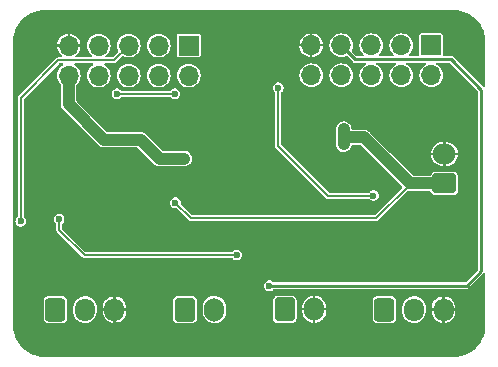
<source format=gbr>
%TF.GenerationSoftware,KiCad,Pcbnew,(7.0.0)*%
%TF.CreationDate,2023-08-10T18:16:06+02:00*%
%TF.ProjectId,SiboorVoronExt,5369626f-6f72-4566-9f72-6f6e4578742e,rev?*%
%TF.SameCoordinates,Original*%
%TF.FileFunction,Copper,L2,Bot*%
%TF.FilePolarity,Positive*%
%FSLAX46Y46*%
G04 Gerber Fmt 4.6, Leading zero omitted, Abs format (unit mm)*
G04 Created by KiCad (PCBNEW (7.0.0)) date 2023-08-10 18:16:06*
%MOMM*%
%LPD*%
G01*
G04 APERTURE LIST*
G04 Aperture macros list*
%AMRoundRect*
0 Rectangle with rounded corners*
0 $1 Rounding radius*
0 $2 $3 $4 $5 $6 $7 $8 $9 X,Y pos of 4 corners*
0 Add a 4 corners polygon primitive as box body*
4,1,4,$2,$3,$4,$5,$6,$7,$8,$9,$2,$3,0*
0 Add four circle primitives for the rounded corners*
1,1,$1+$1,$2,$3*
1,1,$1+$1,$4,$5*
1,1,$1+$1,$6,$7*
1,1,$1+$1,$8,$9*
0 Add four rect primitives between the rounded corners*
20,1,$1+$1,$2,$3,$4,$5,0*
20,1,$1+$1,$4,$5,$6,$7,0*
20,1,$1+$1,$6,$7,$8,$9,0*
20,1,$1+$1,$8,$9,$2,$3,0*%
G04 Aperture macros list end*
%TA.AperFunction,ComponentPad*%
%ADD10RoundRect,0.250000X-0.600000X-0.750000X0.600000X-0.750000X0.600000X0.750000X-0.600000X0.750000X0*%
%TD*%
%TA.AperFunction,ComponentPad*%
%ADD11O,1.700000X2.000000*%
%TD*%
%TA.AperFunction,ComponentPad*%
%ADD12R,1.700000X1.700000*%
%TD*%
%TA.AperFunction,ComponentPad*%
%ADD13O,1.700000X1.700000*%
%TD*%
%TA.AperFunction,ComponentPad*%
%ADD14RoundRect,0.250000X-0.600000X-0.725000X0.600000X-0.725000X0.600000X0.725000X-0.600000X0.725000X0*%
%TD*%
%TA.AperFunction,ComponentPad*%
%ADD15O,1.700000X1.950000*%
%TD*%
%TA.AperFunction,ComponentPad*%
%ADD16RoundRect,0.250000X0.750000X-0.600000X0.750000X0.600000X-0.750000X0.600000X-0.750000X-0.600000X0*%
%TD*%
%TA.AperFunction,ComponentPad*%
%ADD17O,2.000000X1.700000*%
%TD*%
%TA.AperFunction,ComponentPad*%
%ADD18C,0.700000*%
%TD*%
%TA.AperFunction,SMDPad,CuDef*%
%ADD19R,2.500000X1.800000*%
%TD*%
%TA.AperFunction,ViaPad*%
%ADD20C,0.600000*%
%TD*%
%TA.AperFunction,Conductor*%
%ADD21C,0.200000*%
%TD*%
%TA.AperFunction,Conductor*%
%ADD22C,1.000000*%
%TD*%
%TA.AperFunction,Conductor*%
%ADD23C,0.250000*%
%TD*%
G04 APERTURE END LIST*
D10*
%TO.P,FAN1,1,Pin_1*%
%TO.N,+24V*%
X14850000Y-25675000D03*
D11*
%TO.P,FAN1,2,Pin_2*%
%TO.N,Net-(D1-A)*%
X17349999Y-25674999D03*
%TD*%
D12*
%TO.P,EXP1,1,Pin_1*%
%TO.N,unconnected-(EXP1-Pin_1-Pad1)*%
X15174999Y-3324999D03*
D13*
%TO.P,EXP1,2,Pin_2*%
%TO.N,unconnected-(EXP1-Pin_2-Pad2)*%
X15174999Y-5864999D03*
%TO.P,EXP1,3,Pin_3*%
%TO.N,unconnected-(EXP1-Pin_3-Pad3)*%
X12634999Y-3324999D03*
%TO.P,EXP1,4,Pin_4*%
%TO.N,unconnected-(EXP1-Pin_4-Pad4)*%
X12634999Y-5864999D03*
%TO.P,EXP1,5,Pin_5*%
%TO.N,RGB2*%
X10094999Y-3324999D03*
%TO.P,EXP1,6,Pin_6*%
%TO.N,unconnected-(EXP1-Pin_6-Pad6)*%
X10094999Y-5864999D03*
%TO.P,EXP1,7,Pin_7*%
%TO.N,unconnected-(EXP1-Pin_7-Pad7)*%
X7554999Y-3324999D03*
%TO.P,EXP1,8,Pin_8*%
%TO.N,unconnected-(EXP1-Pin_8-Pad8)*%
X7554999Y-5864999D03*
%TO.P,EXP1,9,Pin_9*%
%TO.N,GND*%
X5014999Y-3324999D03*
%TO.P,EXP1,10,Pin_10*%
%TO.N,+5V*%
X5014999Y-5864999D03*
%TD*%
D12*
%TO.P,EXP2,1,Pin_1*%
%TO.N,FAN_PWM*%
X35699999Y-3299999D03*
D13*
%TO.P,EXP2,2,Pin_2*%
%TO.N,unconnected-(EXP2-Pin_2-Pad2)*%
X35699999Y-5839999D03*
%TO.P,EXP2,3,Pin_3*%
%TO.N,unconnected-(EXP2-Pin_3-Pad3)*%
X33159999Y-3299999D03*
%TO.P,EXP2,4,Pin_4*%
%TO.N,unconnected-(EXP2-Pin_4-Pad4)*%
X33159999Y-5839999D03*
%TO.P,EXP2,5,Pin_5*%
%TO.N,unconnected-(EXP2-Pin_5-Pad5)*%
X30619999Y-3299999D03*
%TO.P,EXP2,6,Pin_6*%
%TO.N,RGB1*%
X30619999Y-5839999D03*
%TO.P,EXP2,7,Pin_7*%
%TO.N,TH*%
X28079999Y-3299999D03*
%TO.P,EXP2,8,Pin_8*%
%TO.N,unconnected-(EXP2-Pin_8-Pad8)*%
X28079999Y-5839999D03*
%TO.P,EXP2,9,Pin_9*%
%TO.N,GND*%
X25539999Y-3299999D03*
%TO.P,EXP2,10,Pin_10*%
%TO.N,unconnected-(EXP2-Pin_10-Pad10)*%
X25539999Y-5839999D03*
%TD*%
D14*
%TO.P,RGB2,1,Pin_1*%
%TO.N,Net-(RGB2-Pin_1)*%
X3886400Y-25675000D03*
D15*
%TO.P,RGB2,2,Pin_2*%
%TO.N,+5V*%
X6386399Y-25674999D03*
%TO.P,RGB2,3,Pin_3*%
%TO.N,GND*%
X8886399Y-25674999D03*
%TD*%
D14*
%TO.P,RGB1,1,Pin_1*%
%TO.N,Net-(RGB1-Pin_1)*%
X31746400Y-25675000D03*
D15*
%TO.P,RGB1,2,Pin_2*%
%TO.N,+5V*%
X34246399Y-25674999D03*
%TO.P,RGB1,3,Pin_3*%
%TO.N,GND*%
X36746399Y-25674999D03*
%TD*%
D16*
%TO.P,24V1,1,Pin_1*%
%TO.N,+24V*%
X36825000Y-15000000D03*
D17*
%TO.P,24V1,2,Pin_2*%
%TO.N,GND*%
X36824999Y-12499999D03*
%TD*%
D18*
%TO.P,U3,9,EP*%
%TO.N,GND*%
X27900000Y-14200000D03*
X28900000Y-14200000D03*
X29900000Y-14200000D03*
D19*
X28899999Y-13549999D03*
D18*
X27900000Y-12900000D03*
X28900000Y-12900000D03*
X29900000Y-12900000D03*
%TD*%
D10*
%TO.P,TH1,1,Pin_1*%
%TO.N,Net-(TH1-Pin_1)*%
X23300000Y-25650000D03*
D11*
%TO.P,TH1,2,Pin_2*%
%TO.N,GND*%
X25799999Y-25649999D03*
%TD*%
D20*
%TO.N,GND*%
X32700000Y-19100000D03*
X6135944Y-15513828D03*
X18100000Y-6200000D03*
X12000000Y-8100000D03*
X2550000Y-750000D03*
X38800000Y-10100000D03*
X20400000Y-16300000D03*
X3350000Y-29350000D03*
X650000Y-2900000D03*
X34400000Y-13700000D03*
X24400000Y-20150000D03*
X13900000Y-22100000D03*
X38989000Y-18669000D03*
X20350000Y-650000D03*
X2400000Y-16650000D03*
X21000000Y-27450000D03*
X38431498Y-29219390D03*
X11600000Y-29400000D03*
X20500000Y-8900000D03*
X12700000Y-15700000D03*
X10300000Y-14700000D03*
X39900000Y-27400000D03*
X33600000Y-18050000D03*
X7922041Y-22020325D03*
X700000Y-25600000D03*
X19350000Y-24950000D03*
X15200000Y-8200000D03*
X28700000Y-750000D03*
X13900000Y-5200000D03*
X26800000Y-7300000D03*
X4350000Y-12000000D03*
X27750000Y-29400000D03*
X39800000Y-4850000D03*
X36600000Y-750000D03*
X23300000Y-5700000D03*
X11600000Y-27150000D03*
X34300000Y-8900000D03*
X10655864Y-23715295D03*
X13400000Y-8100000D03*
X12200000Y-19700000D03*
X30050000Y-7500000D03*
X17526000Y-20193000D03*
X600000Y-5200000D03*
X25500000Y-11250000D03*
X20643428Y-20070198D03*
X13800000Y-23900000D03*
X10500000Y-9150000D03*
X10250000Y-700000D03*
X36750000Y-17550000D03*
%TO.N,+24V*%
X28300000Y-11050000D03*
X28300000Y-11700000D03*
X28300000Y-10400000D03*
X14049500Y-16637000D03*
%TO.N,+5V*%
X14000000Y-7400000D03*
X14800000Y-12900000D03*
X9300000Y-11300000D03*
X13400000Y-12900000D03*
X14100000Y-12900000D03*
X12700000Y-12900000D03*
X8650000Y-11300000D03*
X9100000Y-7400000D03*
X8000000Y-11300000D03*
%TO.N,+3.3V*%
X19250000Y-21050000D03*
X4200000Y-18025000D03*
%TO.N,RGB2*%
X950000Y-18200000D03*
%TO.N,TH*%
X22000000Y-23650000D03*
%TO.N,Net-(U3-FB)*%
X22750000Y-6900000D03*
X30805000Y-16025000D03*
%TD*%
D21*
%TO.N,+24V*%
X31050000Y-17950000D02*
X33900000Y-15100000D01*
X14049500Y-16637000D02*
X15362500Y-17950000D01*
X33900000Y-15100000D02*
X33900000Y-15000000D01*
D22*
X30000000Y-11100000D02*
X28350000Y-11100000D01*
X28300000Y-10400000D02*
X28300000Y-11700000D01*
X28350000Y-11100000D02*
X28300000Y-11050000D01*
D21*
X15362500Y-17950000D02*
X31050000Y-17950000D01*
D22*
X36825000Y-15000000D02*
X33900000Y-15000000D01*
X33900000Y-15000000D02*
X30000000Y-11100000D01*
%TO.N,+5V*%
X12700000Y-12900000D02*
X14800000Y-12900000D01*
X8000000Y-11300000D02*
X5015000Y-8315000D01*
D21*
X9100000Y-7400000D02*
X13900000Y-7400000D01*
D22*
X11100000Y-11300000D02*
X12700000Y-12900000D01*
X9300000Y-11300000D02*
X11100000Y-11300000D01*
X8000000Y-11300000D02*
X10100000Y-11300000D01*
X5015000Y-8315000D02*
X5015000Y-5865000D01*
D21*
X13900000Y-7400000D02*
X14000000Y-7400000D01*
%TO.N,+3.3V*%
X6350000Y-21050000D02*
X4200000Y-18900000D01*
X4200000Y-18900000D02*
X4200000Y-18025000D01*
X19250000Y-21050000D02*
X6350000Y-21050000D01*
%TO.N,RGB2*%
X950000Y-7750000D02*
X4125000Y-4575000D01*
X4125000Y-4575000D02*
X8845000Y-4575000D01*
X950000Y-18200000D02*
X950000Y-7750000D01*
X8845000Y-4575000D02*
X10095000Y-3325000D01*
D23*
%TO.N,TH*%
X38700000Y-23650000D02*
X39950000Y-22400000D01*
X39950000Y-7050000D02*
X37400000Y-4500000D01*
X22000000Y-23650000D02*
X38700000Y-23650000D01*
X39950000Y-22400000D02*
X39950000Y-7050000D01*
X37400000Y-4500000D02*
X29280000Y-4500000D01*
X29280000Y-4500000D02*
X28080000Y-3300000D01*
D21*
%TO.N,Net-(U3-FB)*%
X30730000Y-16100000D02*
X27000000Y-16100000D01*
X30805000Y-16025000D02*
X30730000Y-16100000D01*
X22750000Y-11850000D02*
X22750000Y-6900000D01*
X27000000Y-16100000D02*
X22750000Y-11850000D01*
%TD*%
%TA.AperFunction,Conductor*%
%TO.N,GND*%
G36*
X37602777Y-300655D02*
G01*
X37896701Y-317162D01*
X37907724Y-318404D01*
X38195224Y-367252D01*
X38206018Y-369715D01*
X38486251Y-450449D01*
X38496722Y-454113D01*
X38766132Y-565707D01*
X38766134Y-565708D01*
X38776136Y-570525D01*
X39031354Y-711578D01*
X39040755Y-717485D01*
X39278575Y-886228D01*
X39287254Y-893149D01*
X39317387Y-920077D01*
X39504697Y-1087467D01*
X39512532Y-1095302D01*
X39606053Y-1199952D01*
X39706850Y-1312745D01*
X39713771Y-1321424D01*
X39882514Y-1559244D01*
X39888421Y-1568645D01*
X40029474Y-1823863D01*
X40034291Y-1833865D01*
X40145884Y-2103273D01*
X40149551Y-2113752D01*
X40207098Y-2313499D01*
X40229505Y-2391278D01*
X40230280Y-2393966D01*
X40232750Y-2404790D01*
X40281594Y-2692270D01*
X40282837Y-2703302D01*
X40299344Y-2997222D01*
X40299500Y-3002773D01*
X40299500Y-6766972D01*
X40285415Y-6817868D01*
X40247169Y-6854282D01*
X40195643Y-6865853D01*
X40145499Y-6849288D01*
X40133734Y-6841427D01*
X40118731Y-6829115D01*
X37620885Y-4331269D01*
X37608573Y-4316266D01*
X37598624Y-4301376D01*
X37575623Y-4286007D01*
X37575622Y-4286006D01*
X37527443Y-4253814D01*
X37507495Y-4240485D01*
X37497931Y-4238582D01*
X37497930Y-4238582D01*
X37427133Y-4224500D01*
X37427126Y-4224497D01*
X37409565Y-4221005D01*
X37409562Y-4221005D01*
X37400000Y-4219103D01*
X37382428Y-4222598D01*
X37363116Y-4224500D01*
X36799500Y-4224500D01*
X36750000Y-4211237D01*
X36713763Y-4175000D01*
X36700500Y-4125500D01*
X36700500Y-2440038D01*
X36700500Y-2435180D01*
X36691767Y-2391278D01*
X36658504Y-2341496D01*
X36646283Y-2333330D01*
X36616828Y-2313649D01*
X36616827Y-2313648D01*
X36608722Y-2308233D01*
X36592432Y-2304992D01*
X36569582Y-2300447D01*
X36569579Y-2300446D01*
X36564820Y-2299500D01*
X34835180Y-2299500D01*
X34830421Y-2300446D01*
X34830417Y-2300447D01*
X34800839Y-2306331D01*
X34800838Y-2306331D01*
X34791278Y-2308233D01*
X34783174Y-2313647D01*
X34783171Y-2313649D01*
X34749605Y-2336077D01*
X34749602Y-2336079D01*
X34741496Y-2341496D01*
X34736079Y-2349602D01*
X34736077Y-2349605D01*
X34713649Y-2383171D01*
X34713647Y-2383174D01*
X34708233Y-2391278D01*
X34706331Y-2400838D01*
X34706331Y-2400839D01*
X34704873Y-2408171D01*
X34699500Y-2435180D01*
X34699500Y-2440038D01*
X34699500Y-4125500D01*
X34686237Y-4175000D01*
X34650000Y-4211237D01*
X34600500Y-4224500D01*
X33887277Y-4224500D01*
X33830272Y-4206441D01*
X33794064Y-4158852D01*
X33791863Y-4099096D01*
X33824472Y-4048972D01*
X33837089Y-4038617D01*
X33870883Y-4010883D01*
X33995910Y-3858538D01*
X34088814Y-3684727D01*
X34146024Y-3496132D01*
X34165341Y-3300000D01*
X34146024Y-3103868D01*
X34088814Y-2915273D01*
X33995910Y-2741462D01*
X33870883Y-2589117D01*
X33752757Y-2492173D01*
X33722295Y-2467173D01*
X33722292Y-2467171D01*
X33718538Y-2464090D01*
X33567149Y-2383171D01*
X33549019Y-2373480D01*
X33549017Y-2373479D01*
X33544727Y-2371186D01*
X33540072Y-2369774D01*
X33540070Y-2369773D01*
X33360788Y-2315388D01*
X33360784Y-2315387D01*
X33356132Y-2313976D01*
X33160000Y-2294659D01*
X33155157Y-2295136D01*
X32968710Y-2313499D01*
X32968708Y-2313499D01*
X32963868Y-2313976D01*
X32959217Y-2315386D01*
X32959211Y-2315388D01*
X32779929Y-2369773D01*
X32779923Y-2369775D01*
X32775273Y-2371186D01*
X32770985Y-2373477D01*
X32770980Y-2373480D01*
X32646460Y-2440038D01*
X32601462Y-2464090D01*
X32597711Y-2467168D01*
X32597704Y-2467173D01*
X32452881Y-2586027D01*
X32452875Y-2586032D01*
X32449117Y-2589117D01*
X32446032Y-2592875D01*
X32446027Y-2592881D01*
X32327173Y-2737704D01*
X32327168Y-2737711D01*
X32324090Y-2741462D01*
X32321798Y-2745749D01*
X32321798Y-2745750D01*
X32233480Y-2910980D01*
X32233477Y-2910985D01*
X32231186Y-2915273D01*
X32229775Y-2919923D01*
X32229773Y-2919929D01*
X32175388Y-3099211D01*
X32175386Y-3099217D01*
X32173976Y-3103868D01*
X32154659Y-3300000D01*
X32173976Y-3496132D01*
X32175387Y-3500784D01*
X32175388Y-3500788D01*
X32229773Y-3680070D01*
X32231186Y-3684727D01*
X32324090Y-3858538D01*
X32327171Y-3862292D01*
X32327173Y-3862295D01*
X32347690Y-3887295D01*
X32449117Y-4010883D01*
X32452881Y-4013972D01*
X32495528Y-4048972D01*
X32528137Y-4099096D01*
X32525936Y-4158852D01*
X32489728Y-4206441D01*
X32432723Y-4224500D01*
X31347277Y-4224500D01*
X31290272Y-4206441D01*
X31254064Y-4158852D01*
X31251863Y-4099096D01*
X31284472Y-4048972D01*
X31297089Y-4038617D01*
X31330883Y-4010883D01*
X31455910Y-3858538D01*
X31548814Y-3684727D01*
X31606024Y-3496132D01*
X31625341Y-3300000D01*
X31606024Y-3103868D01*
X31548814Y-2915273D01*
X31455910Y-2741462D01*
X31330883Y-2589117D01*
X31212757Y-2492173D01*
X31182295Y-2467173D01*
X31182292Y-2467171D01*
X31178538Y-2464090D01*
X31027149Y-2383171D01*
X31009019Y-2373480D01*
X31009017Y-2373479D01*
X31004727Y-2371186D01*
X31000072Y-2369774D01*
X31000070Y-2369773D01*
X30820788Y-2315388D01*
X30820784Y-2315387D01*
X30816132Y-2313976D01*
X30620000Y-2294659D01*
X30615157Y-2295136D01*
X30428710Y-2313499D01*
X30428708Y-2313499D01*
X30423868Y-2313976D01*
X30419217Y-2315386D01*
X30419211Y-2315388D01*
X30239929Y-2369773D01*
X30239923Y-2369775D01*
X30235273Y-2371186D01*
X30230985Y-2373477D01*
X30230980Y-2373480D01*
X30106460Y-2440038D01*
X30061462Y-2464090D01*
X30057711Y-2467168D01*
X30057704Y-2467173D01*
X29912881Y-2586027D01*
X29912875Y-2586032D01*
X29909117Y-2589117D01*
X29906032Y-2592875D01*
X29906027Y-2592881D01*
X29787173Y-2737704D01*
X29787168Y-2737711D01*
X29784090Y-2741462D01*
X29781798Y-2745749D01*
X29781798Y-2745750D01*
X29693480Y-2910980D01*
X29693477Y-2910985D01*
X29691186Y-2915273D01*
X29689775Y-2919923D01*
X29689773Y-2919929D01*
X29635388Y-3099211D01*
X29635386Y-3099217D01*
X29633976Y-3103868D01*
X29614659Y-3300000D01*
X29633976Y-3496132D01*
X29635387Y-3500784D01*
X29635388Y-3500788D01*
X29689773Y-3680070D01*
X29691186Y-3684727D01*
X29784090Y-3858538D01*
X29787171Y-3862292D01*
X29787173Y-3862295D01*
X29807690Y-3887295D01*
X29909117Y-4010883D01*
X29912881Y-4013972D01*
X29955528Y-4048972D01*
X29988137Y-4099096D01*
X29985936Y-4158852D01*
X29949728Y-4206441D01*
X29892723Y-4224500D01*
X29435124Y-4224500D01*
X29397238Y-4216964D01*
X29365120Y-4195504D01*
X29006925Y-3837309D01*
X28984274Y-3802177D01*
X28978141Y-3760828D01*
X28989618Y-3720637D01*
X29008814Y-3684727D01*
X29066024Y-3496132D01*
X29085341Y-3300000D01*
X29066024Y-3103868D01*
X29008814Y-2915273D01*
X28915910Y-2741462D01*
X28790883Y-2589117D01*
X28672757Y-2492173D01*
X28642295Y-2467173D01*
X28642292Y-2467171D01*
X28638538Y-2464090D01*
X28487149Y-2383171D01*
X28469019Y-2373480D01*
X28469017Y-2373479D01*
X28464727Y-2371186D01*
X28460072Y-2369774D01*
X28460070Y-2369773D01*
X28280788Y-2315388D01*
X28280784Y-2315387D01*
X28276132Y-2313976D01*
X28080000Y-2294659D01*
X28075157Y-2295136D01*
X27888710Y-2313499D01*
X27888708Y-2313499D01*
X27883868Y-2313976D01*
X27879217Y-2315386D01*
X27879211Y-2315388D01*
X27699929Y-2369773D01*
X27699923Y-2369775D01*
X27695273Y-2371186D01*
X27690985Y-2373477D01*
X27690980Y-2373480D01*
X27566460Y-2440038D01*
X27521462Y-2464090D01*
X27517711Y-2467168D01*
X27517704Y-2467173D01*
X27372881Y-2586027D01*
X27372875Y-2586032D01*
X27369117Y-2589117D01*
X27366032Y-2592875D01*
X27366027Y-2592881D01*
X27247173Y-2737704D01*
X27247168Y-2737711D01*
X27244090Y-2741462D01*
X27241798Y-2745749D01*
X27241798Y-2745750D01*
X27153480Y-2910980D01*
X27153477Y-2910985D01*
X27151186Y-2915273D01*
X27149775Y-2919923D01*
X27149773Y-2919929D01*
X27095388Y-3099211D01*
X27095386Y-3099217D01*
X27093976Y-3103868D01*
X27074659Y-3300000D01*
X27093976Y-3496132D01*
X27095387Y-3500784D01*
X27095388Y-3500788D01*
X27149773Y-3680070D01*
X27151186Y-3684727D01*
X27244090Y-3858538D01*
X27247171Y-3862292D01*
X27247173Y-3862295D01*
X27267690Y-3887295D01*
X27369117Y-4010883D01*
X27521462Y-4135910D01*
X27695273Y-4228814D01*
X27883868Y-4286024D01*
X28080000Y-4305341D01*
X28276132Y-4286024D01*
X28464727Y-4228814D01*
X28500637Y-4209618D01*
X28540828Y-4198141D01*
X28582177Y-4204274D01*
X28617309Y-4226925D01*
X29059112Y-4668728D01*
X29071422Y-4683729D01*
X29075956Y-4690515D01*
X29075960Y-4690519D01*
X29081376Y-4698624D01*
X29089479Y-4704038D01*
X29089481Y-4704040D01*
X29104376Y-4713992D01*
X29102262Y-4717154D01*
X29102265Y-4717155D01*
X29104378Y-4713994D01*
X29172505Y-4759515D01*
X29280000Y-4780897D01*
X29297571Y-4777401D01*
X29316884Y-4775500D01*
X30093894Y-4775500D01*
X30143954Y-4789089D01*
X30180271Y-4826126D01*
X30192875Y-4876444D01*
X30178305Y-4926227D01*
X30140562Y-4961810D01*
X30065750Y-5001797D01*
X30065742Y-5001802D01*
X30061462Y-5004090D01*
X30057711Y-5007168D01*
X30057704Y-5007173D01*
X29912881Y-5126027D01*
X29912875Y-5126032D01*
X29909117Y-5129117D01*
X29906032Y-5132875D01*
X29906027Y-5132881D01*
X29787173Y-5277704D01*
X29787168Y-5277711D01*
X29784090Y-5281462D01*
X29781798Y-5285749D01*
X29781798Y-5285750D01*
X29693480Y-5450980D01*
X29693477Y-5450985D01*
X29691186Y-5455273D01*
X29689775Y-5459923D01*
X29689773Y-5459929D01*
X29635388Y-5639211D01*
X29635386Y-5639217D01*
X29633976Y-5643868D01*
X29614659Y-5840000D01*
X29633976Y-6036132D01*
X29635387Y-6040784D01*
X29635388Y-6040788D01*
X29642972Y-6065788D01*
X29691186Y-6224727D01*
X29784090Y-6398538D01*
X29787171Y-6402292D01*
X29787173Y-6402295D01*
X29827550Y-6451494D01*
X29909117Y-6550883D01*
X30061462Y-6675910D01*
X30235273Y-6768814D01*
X30423868Y-6826024D01*
X30620000Y-6845341D01*
X30816132Y-6826024D01*
X31004727Y-6768814D01*
X31178538Y-6675910D01*
X31330883Y-6550883D01*
X31455910Y-6398538D01*
X31548814Y-6224727D01*
X31606024Y-6036132D01*
X31625341Y-5840000D01*
X31606024Y-5643868D01*
X31548814Y-5455273D01*
X31455910Y-5281462D01*
X31330883Y-5129117D01*
X31212757Y-5032173D01*
X31182295Y-5007173D01*
X31182292Y-5007171D01*
X31178538Y-5004090D01*
X31174250Y-5001798D01*
X31174249Y-5001797D01*
X31099438Y-4961810D01*
X31061695Y-4926227D01*
X31047125Y-4876444D01*
X31059729Y-4826126D01*
X31096046Y-4789089D01*
X31146106Y-4775500D01*
X32633894Y-4775500D01*
X32683954Y-4789089D01*
X32720271Y-4826126D01*
X32732875Y-4876444D01*
X32718305Y-4926227D01*
X32680562Y-4961810D01*
X32605750Y-5001797D01*
X32605742Y-5001802D01*
X32601462Y-5004090D01*
X32597711Y-5007168D01*
X32597704Y-5007173D01*
X32452881Y-5126027D01*
X32452875Y-5126032D01*
X32449117Y-5129117D01*
X32446032Y-5132875D01*
X32446027Y-5132881D01*
X32327173Y-5277704D01*
X32327168Y-5277711D01*
X32324090Y-5281462D01*
X32321798Y-5285749D01*
X32321798Y-5285750D01*
X32233480Y-5450980D01*
X32233477Y-5450985D01*
X32231186Y-5455273D01*
X32229775Y-5459923D01*
X32229773Y-5459929D01*
X32175388Y-5639211D01*
X32175386Y-5639217D01*
X32173976Y-5643868D01*
X32154659Y-5840000D01*
X32173976Y-6036132D01*
X32175387Y-6040784D01*
X32175388Y-6040788D01*
X32182972Y-6065788D01*
X32231186Y-6224727D01*
X32324090Y-6398538D01*
X32327171Y-6402292D01*
X32327173Y-6402295D01*
X32367550Y-6451494D01*
X32449117Y-6550883D01*
X32601462Y-6675910D01*
X32775273Y-6768814D01*
X32963868Y-6826024D01*
X33160000Y-6845341D01*
X33356132Y-6826024D01*
X33544727Y-6768814D01*
X33718538Y-6675910D01*
X33870883Y-6550883D01*
X33995910Y-6398538D01*
X34088814Y-6224727D01*
X34146024Y-6036132D01*
X34165341Y-5840000D01*
X34146024Y-5643868D01*
X34088814Y-5455273D01*
X33995910Y-5281462D01*
X33870883Y-5129117D01*
X33752757Y-5032173D01*
X33722295Y-5007173D01*
X33722292Y-5007171D01*
X33718538Y-5004090D01*
X33714250Y-5001798D01*
X33714249Y-5001797D01*
X33639438Y-4961810D01*
X33601695Y-4926227D01*
X33587125Y-4876444D01*
X33599729Y-4826126D01*
X33636046Y-4789089D01*
X33686106Y-4775500D01*
X35173894Y-4775500D01*
X35223954Y-4789089D01*
X35260271Y-4826126D01*
X35272875Y-4876444D01*
X35258305Y-4926227D01*
X35220562Y-4961810D01*
X35145750Y-5001797D01*
X35145742Y-5001802D01*
X35141462Y-5004090D01*
X35137711Y-5007168D01*
X35137704Y-5007173D01*
X34992881Y-5126027D01*
X34992875Y-5126032D01*
X34989117Y-5129117D01*
X34986032Y-5132875D01*
X34986027Y-5132881D01*
X34867173Y-5277704D01*
X34867168Y-5277711D01*
X34864090Y-5281462D01*
X34861798Y-5285749D01*
X34861798Y-5285750D01*
X34773480Y-5450980D01*
X34773477Y-5450985D01*
X34771186Y-5455273D01*
X34769775Y-5459923D01*
X34769773Y-5459929D01*
X34715388Y-5639211D01*
X34715386Y-5639217D01*
X34713976Y-5643868D01*
X34694659Y-5840000D01*
X34713976Y-6036132D01*
X34715387Y-6040784D01*
X34715388Y-6040788D01*
X34722972Y-6065788D01*
X34771186Y-6224727D01*
X34864090Y-6398538D01*
X34867171Y-6402292D01*
X34867173Y-6402295D01*
X34907550Y-6451494D01*
X34989117Y-6550883D01*
X35141462Y-6675910D01*
X35315273Y-6768814D01*
X35503868Y-6826024D01*
X35700000Y-6845341D01*
X35896132Y-6826024D01*
X36084727Y-6768814D01*
X36258538Y-6675910D01*
X36410883Y-6550883D01*
X36535910Y-6398538D01*
X36628814Y-6224727D01*
X36686024Y-6036132D01*
X36705341Y-5840000D01*
X36686024Y-5643868D01*
X36628814Y-5455273D01*
X36535910Y-5281462D01*
X36410883Y-5129117D01*
X36292757Y-5032173D01*
X36262295Y-5007173D01*
X36262292Y-5007171D01*
X36258538Y-5004090D01*
X36254250Y-5001798D01*
X36254249Y-5001797D01*
X36179438Y-4961810D01*
X36141695Y-4926227D01*
X36127125Y-4876444D01*
X36139729Y-4826126D01*
X36176046Y-4789089D01*
X36226106Y-4775500D01*
X37244876Y-4775500D01*
X37282762Y-4783036D01*
X37314880Y-4804496D01*
X39645504Y-7135120D01*
X39666964Y-7167238D01*
X39674500Y-7205124D01*
X39674500Y-22244876D01*
X39666964Y-22282762D01*
X39645504Y-22314880D01*
X38614880Y-23345504D01*
X38582762Y-23366964D01*
X38544876Y-23374500D01*
X22402588Y-23374500D01*
X22361462Y-23365553D01*
X22327768Y-23340331D01*
X22302684Y-23311382D01*
X22302683Y-23311381D01*
X22298049Y-23306033D01*
X22189069Y-23235996D01*
X22182275Y-23234001D01*
X22071563Y-23201494D01*
X22064772Y-23199500D01*
X21935228Y-23199500D01*
X21928437Y-23201493D01*
X21928436Y-23201494D01*
X21817724Y-23234001D01*
X21817721Y-23234002D01*
X21810931Y-23235996D01*
X21804978Y-23239821D01*
X21804973Y-23239824D01*
X21707908Y-23302204D01*
X21707904Y-23302206D01*
X21701951Y-23306033D01*
X21697319Y-23311378D01*
X21697315Y-23311382D01*
X21621752Y-23398588D01*
X21621749Y-23398591D01*
X21617118Y-23403937D01*
X21614179Y-23410372D01*
X21614176Y-23410377D01*
X21566246Y-23515328D01*
X21566244Y-23515333D01*
X21563303Y-23521774D01*
X21562295Y-23528782D01*
X21562294Y-23528787D01*
X21545875Y-23642989D01*
X21544867Y-23650000D01*
X21545875Y-23657011D01*
X21562294Y-23771212D01*
X21562295Y-23771215D01*
X21563303Y-23778226D01*
X21566245Y-23784668D01*
X21566246Y-23784671D01*
X21602474Y-23863999D01*
X21617118Y-23896063D01*
X21701951Y-23993967D01*
X21810931Y-24064004D01*
X21935228Y-24100500D01*
X22057694Y-24100500D01*
X22064772Y-24100500D01*
X22189069Y-24064004D01*
X22298049Y-23993967D01*
X22327767Y-23959669D01*
X22361462Y-23934447D01*
X22402588Y-23925500D01*
X38663116Y-23925500D01*
X38682428Y-23927401D01*
X38700000Y-23930897D01*
X38727132Y-23925500D01*
X38727133Y-23925500D01*
X38807495Y-23909515D01*
X38849465Y-23881471D01*
X38875622Y-23863994D01*
X38875623Y-23863992D01*
X38898624Y-23848624D01*
X38908575Y-23833729D01*
X38920882Y-23818732D01*
X40118732Y-22620882D01*
X40133730Y-22608574D01*
X40145501Y-22600710D01*
X40195646Y-22584147D01*
X40247170Y-22595719D01*
X40285416Y-22632133D01*
X40299500Y-22683028D01*
X40299500Y-26997227D01*
X40299344Y-27002778D01*
X40282837Y-27296697D01*
X40281594Y-27307729D01*
X40232750Y-27595209D01*
X40230280Y-27606033D01*
X40149551Y-27886247D01*
X40145884Y-27896726D01*
X40034291Y-28166134D01*
X40029474Y-28176136D01*
X39888421Y-28431354D01*
X39882514Y-28440755D01*
X39713771Y-28678575D01*
X39706850Y-28687254D01*
X39512540Y-28904689D01*
X39504689Y-28912540D01*
X39287254Y-29106850D01*
X39278575Y-29113771D01*
X39040755Y-29282514D01*
X39031354Y-29288421D01*
X38776136Y-29429474D01*
X38766134Y-29434291D01*
X38496726Y-29545884D01*
X38486247Y-29549551D01*
X38206033Y-29630280D01*
X38195209Y-29632750D01*
X37907729Y-29681594D01*
X37896697Y-29682837D01*
X37602778Y-29699344D01*
X37597227Y-29699500D01*
X3002773Y-29699500D01*
X2997222Y-29699344D01*
X2703302Y-29682837D01*
X2692270Y-29681594D01*
X2404790Y-29632750D01*
X2393966Y-29630280D01*
X2113752Y-29549551D01*
X2103273Y-29545884D01*
X1833865Y-29434291D01*
X1823863Y-29429474D01*
X1568645Y-29288421D01*
X1559244Y-29282514D01*
X1321424Y-29113771D01*
X1312745Y-29106850D01*
X1211695Y-29016547D01*
X1095302Y-28912532D01*
X1087467Y-28904697D01*
X969745Y-28772966D01*
X893149Y-28687254D01*
X886228Y-28678575D01*
X717485Y-28440755D01*
X711578Y-28431354D01*
X570525Y-28176136D01*
X565708Y-28166134D01*
X454115Y-27896726D01*
X450448Y-27886247D01*
X369715Y-27606018D01*
X367252Y-27595224D01*
X318404Y-27307724D01*
X317162Y-27296697D01*
X300656Y-27002778D01*
X300500Y-26997227D01*
X300500Y-26427635D01*
X2885900Y-26427635D01*
X2885901Y-26431518D01*
X2886509Y-26435360D01*
X2886510Y-26435366D01*
X2892935Y-26475937D01*
X2900754Y-26525304D01*
X2958350Y-26638342D01*
X3048058Y-26728050D01*
X3161096Y-26785646D01*
X3254881Y-26800500D01*
X4517918Y-26800499D01*
X4611704Y-26785646D01*
X4724742Y-26728050D01*
X4814450Y-26638342D01*
X4872046Y-26525304D01*
X4886900Y-26431519D01*
X4886900Y-25850742D01*
X5385900Y-25850742D01*
X5386153Y-25853239D01*
X5386154Y-25853240D01*
X5400817Y-25997439D01*
X5400818Y-25997445D01*
X5401326Y-26002438D01*
X5402828Y-26007225D01*
X5402829Y-26007230D01*
X5432268Y-26101058D01*
X5462241Y-26196588D01*
X5464674Y-26200972D01*
X5464677Y-26200978D01*
X5558393Y-26369822D01*
X5560991Y-26374502D01*
X5564261Y-26378311D01*
X5690265Y-26525088D01*
X5690269Y-26525091D01*
X5693534Y-26528895D01*
X5854442Y-26653448D01*
X5945785Y-26698254D01*
X6032625Y-26740851D01*
X6032627Y-26740851D01*
X6037129Y-26743060D01*
X6234115Y-26794063D01*
X6437336Y-26804369D01*
X6638471Y-26773556D01*
X6829287Y-26702886D01*
X7001971Y-26595252D01*
X7149453Y-26455059D01*
X7265695Y-26288049D01*
X7345940Y-26101058D01*
X7386900Y-25901741D01*
X7386900Y-25848201D01*
X7886400Y-25848201D01*
X7886654Y-25853210D01*
X7901310Y-25997338D01*
X7903322Y-26007129D01*
X7961200Y-26191601D01*
X7965139Y-26200780D01*
X8058966Y-26369822D01*
X8064674Y-26378024D01*
X8190610Y-26524722D01*
X8197850Y-26531604D01*
X8350736Y-26649946D01*
X8359215Y-26655231D01*
X8532800Y-26740379D01*
X8542158Y-26743844D01*
X8729330Y-26792307D01*
X8739207Y-26793820D01*
X8772960Y-26795532D01*
X8783512Y-26793177D01*
X8786400Y-26782754D01*
X8786400Y-26782034D01*
X8986400Y-26782034D01*
X8989544Y-26792683D01*
X9000547Y-26794179D01*
X9133387Y-26773828D01*
X9143045Y-26771328D01*
X9324357Y-26704178D01*
X9333327Y-26699778D01*
X9497403Y-26597508D01*
X9505300Y-26591395D01*
X9645430Y-26458192D01*
X9650201Y-26452635D01*
X13849500Y-26452635D01*
X13849501Y-26456518D01*
X13850109Y-26460360D01*
X13850110Y-26460366D01*
X13861493Y-26532244D01*
X13864354Y-26550304D01*
X13921950Y-26663342D01*
X14011658Y-26753050D01*
X14124696Y-26810646D01*
X14218481Y-26825500D01*
X15481518Y-26825499D01*
X15575304Y-26810646D01*
X15688342Y-26753050D01*
X15778050Y-26663342D01*
X15835646Y-26550304D01*
X15850500Y-26456519D01*
X15850500Y-25875742D01*
X16349500Y-25875742D01*
X16349753Y-25878239D01*
X16349754Y-25878240D01*
X16364417Y-26022439D01*
X16364418Y-26022445D01*
X16364926Y-26027438D01*
X16366428Y-26032225D01*
X16366429Y-26032230D01*
X16424338Y-26216799D01*
X16425841Y-26221588D01*
X16428274Y-26225972D01*
X16428277Y-26225978D01*
X16512829Y-26378311D01*
X16524591Y-26399502D01*
X16527861Y-26403311D01*
X16653865Y-26550088D01*
X16653869Y-26550091D01*
X16657134Y-26553895D01*
X16818042Y-26678448D01*
X16871416Y-26704629D01*
X16996225Y-26765851D01*
X16996227Y-26765851D01*
X17000729Y-26768060D01*
X17197715Y-26819063D01*
X17400936Y-26829369D01*
X17602071Y-26798556D01*
X17792887Y-26727886D01*
X17965571Y-26620252D01*
X18113053Y-26480059D01*
X18149541Y-26427635D01*
X22299500Y-26427635D01*
X22299501Y-26431518D01*
X22300109Y-26435360D01*
X22300110Y-26435366D01*
X22306535Y-26475937D01*
X22314354Y-26525304D01*
X22371950Y-26638342D01*
X22461658Y-26728050D01*
X22574696Y-26785646D01*
X22668481Y-26800500D01*
X23931518Y-26800499D01*
X24025304Y-26785646D01*
X24138342Y-26728050D01*
X24228050Y-26638342D01*
X24285646Y-26525304D01*
X24300500Y-26431519D01*
X24300499Y-25848201D01*
X24800000Y-25848201D01*
X24800254Y-25853210D01*
X24814910Y-25997338D01*
X24816922Y-26007129D01*
X24874800Y-26191601D01*
X24878739Y-26200780D01*
X24972566Y-26369822D01*
X24978274Y-26378024D01*
X25104210Y-26524722D01*
X25111450Y-26531604D01*
X25264336Y-26649946D01*
X25272815Y-26655231D01*
X25446400Y-26740379D01*
X25455758Y-26743844D01*
X25642930Y-26792307D01*
X25652807Y-26793820D01*
X25686560Y-26795532D01*
X25697112Y-26793177D01*
X25700000Y-26782754D01*
X25700000Y-26782034D01*
X25900000Y-26782034D01*
X25903144Y-26792683D01*
X25914147Y-26794179D01*
X26046987Y-26773828D01*
X26056645Y-26771328D01*
X26237957Y-26704178D01*
X26246927Y-26699778D01*
X26411003Y-26597508D01*
X26418900Y-26591395D01*
X26559030Y-26458192D01*
X26565540Y-26450609D01*
X26581530Y-26427635D01*
X30745900Y-26427635D01*
X30745901Y-26431518D01*
X30746509Y-26435360D01*
X30746510Y-26435366D01*
X30752935Y-26475937D01*
X30760754Y-26525304D01*
X30818350Y-26638342D01*
X30908058Y-26728050D01*
X31021096Y-26785646D01*
X31114881Y-26800500D01*
X32377918Y-26800499D01*
X32471704Y-26785646D01*
X32584742Y-26728050D01*
X32674450Y-26638342D01*
X32732046Y-26525304D01*
X32746900Y-26431519D01*
X32746900Y-25850742D01*
X33245900Y-25850742D01*
X33246153Y-25853239D01*
X33246154Y-25853240D01*
X33260817Y-25997439D01*
X33260818Y-25997445D01*
X33261326Y-26002438D01*
X33262828Y-26007225D01*
X33262829Y-26007230D01*
X33292268Y-26101058D01*
X33322241Y-26196588D01*
X33324674Y-26200972D01*
X33324677Y-26200978D01*
X33418393Y-26369822D01*
X33420991Y-26374502D01*
X33424261Y-26378311D01*
X33550265Y-26525088D01*
X33550269Y-26525091D01*
X33553534Y-26528895D01*
X33714442Y-26653448D01*
X33805785Y-26698254D01*
X33892625Y-26740851D01*
X33892627Y-26740851D01*
X33897129Y-26743060D01*
X34094115Y-26794063D01*
X34297336Y-26804369D01*
X34498471Y-26773556D01*
X34689287Y-26702886D01*
X34861971Y-26595252D01*
X35009453Y-26455059D01*
X35125695Y-26288049D01*
X35205940Y-26101058D01*
X35246900Y-25901741D01*
X35246900Y-25848201D01*
X35746400Y-25848201D01*
X35746654Y-25853210D01*
X35761310Y-25997338D01*
X35763322Y-26007129D01*
X35821200Y-26191601D01*
X35825139Y-26200780D01*
X35918966Y-26369822D01*
X35924674Y-26378024D01*
X36050610Y-26524722D01*
X36057850Y-26531604D01*
X36210736Y-26649946D01*
X36219215Y-26655231D01*
X36392800Y-26740379D01*
X36402158Y-26743844D01*
X36589330Y-26792307D01*
X36599207Y-26793820D01*
X36632960Y-26795532D01*
X36643512Y-26793177D01*
X36646400Y-26782754D01*
X36646400Y-26782034D01*
X36846400Y-26782034D01*
X36849544Y-26792683D01*
X36860547Y-26794179D01*
X36993387Y-26773828D01*
X37003045Y-26771328D01*
X37184357Y-26704178D01*
X37193327Y-26699778D01*
X37357403Y-26597508D01*
X37365300Y-26591395D01*
X37505430Y-26458192D01*
X37511940Y-26450609D01*
X37622385Y-26291929D01*
X37627237Y-26283188D01*
X37703478Y-26105524D01*
X37706472Y-26095982D01*
X37745388Y-25906613D01*
X37746400Y-25896666D01*
X37746400Y-25788033D01*
X37743645Y-25777754D01*
X37733367Y-25775000D01*
X36859433Y-25775000D01*
X36849154Y-25777754D01*
X36846400Y-25788033D01*
X36846400Y-26782034D01*
X36646400Y-26782034D01*
X36646400Y-25788033D01*
X36643645Y-25777754D01*
X36633367Y-25775000D01*
X35759433Y-25775000D01*
X35749154Y-25777754D01*
X35746400Y-25788033D01*
X35746400Y-25848201D01*
X35246900Y-25848201D01*
X35246900Y-25561967D01*
X35746400Y-25561967D01*
X35749154Y-25572245D01*
X35759433Y-25575000D01*
X36633367Y-25575000D01*
X36643645Y-25572245D01*
X36646400Y-25561967D01*
X36846400Y-25561967D01*
X36849154Y-25572245D01*
X36859433Y-25575000D01*
X37733367Y-25575000D01*
X37743645Y-25572245D01*
X37746400Y-25561967D01*
X37746400Y-25501799D01*
X37746145Y-25496789D01*
X37731489Y-25352661D01*
X37729477Y-25342870D01*
X37671599Y-25158398D01*
X37667660Y-25149219D01*
X37573833Y-24980177D01*
X37568125Y-24971975D01*
X37442189Y-24825277D01*
X37434949Y-24818395D01*
X37282063Y-24700053D01*
X37273584Y-24694768D01*
X37099999Y-24609620D01*
X37090641Y-24606155D01*
X36903469Y-24557692D01*
X36893592Y-24556179D01*
X36859839Y-24554467D01*
X36849287Y-24556822D01*
X36846400Y-24567246D01*
X36846400Y-25561967D01*
X36646400Y-25561967D01*
X36646400Y-24567966D01*
X36643255Y-24557316D01*
X36632252Y-24555820D01*
X36499412Y-24576171D01*
X36489754Y-24578671D01*
X36308442Y-24645821D01*
X36299472Y-24650221D01*
X36135396Y-24752491D01*
X36127499Y-24758604D01*
X35987369Y-24891807D01*
X35980859Y-24899390D01*
X35870414Y-25058070D01*
X35865562Y-25066811D01*
X35789321Y-25244475D01*
X35786327Y-25254017D01*
X35747411Y-25443386D01*
X35746400Y-25453334D01*
X35746400Y-25561967D01*
X35246900Y-25561967D01*
X35246900Y-25499258D01*
X35231474Y-25347562D01*
X35170559Y-25153412D01*
X35159340Y-25133200D01*
X35103632Y-25032832D01*
X35071809Y-24975498D01*
X35006472Y-24899390D01*
X34942534Y-24824911D01*
X34942530Y-24824907D01*
X34939266Y-24821105D01*
X34778358Y-24696552D01*
X34733651Y-24674622D01*
X34600174Y-24609148D01*
X34600167Y-24609145D01*
X34595671Y-24606940D01*
X34552727Y-24595821D01*
X34403545Y-24557195D01*
X34403541Y-24557194D01*
X34398685Y-24555937D01*
X34393675Y-24555682D01*
X34393669Y-24555682D01*
X34200480Y-24545885D01*
X34200476Y-24545885D01*
X34195464Y-24545631D01*
X34190506Y-24546390D01*
X34190496Y-24546391D01*
X33999295Y-24575683D01*
X33999292Y-24575683D01*
X33994329Y-24576444D01*
X33989626Y-24578185D01*
X33989621Y-24578187D01*
X33808221Y-24645370D01*
X33808218Y-24645371D01*
X33803513Y-24647114D01*
X33799258Y-24649765D01*
X33799250Y-24649770D01*
X33635088Y-24752093D01*
X33635085Y-24752094D01*
X33630829Y-24754748D01*
X33627192Y-24758205D01*
X33627191Y-24758206D01*
X33486987Y-24891480D01*
X33486982Y-24891484D01*
X33483347Y-24894941D01*
X33480481Y-24899057D01*
X33480478Y-24899062D01*
X33369971Y-25057832D01*
X33369967Y-25057838D01*
X33367105Y-25061951D01*
X33365127Y-25066559D01*
X33365127Y-25066560D01*
X33288839Y-25244329D01*
X33288837Y-25244334D01*
X33286860Y-25248942D01*
X33285851Y-25253851D01*
X33285849Y-25253858D01*
X33246909Y-25443347D01*
X33245900Y-25448259D01*
X33245900Y-25850742D01*
X32746900Y-25850742D01*
X32746899Y-24918482D01*
X32732046Y-24824696D01*
X32674450Y-24711658D01*
X32584742Y-24621950D01*
X32471704Y-24564354D01*
X32464010Y-24563135D01*
X32464009Y-24563135D01*
X32381765Y-24550109D01*
X32381763Y-24550108D01*
X32377919Y-24549500D01*
X32374025Y-24549500D01*
X31118776Y-24549500D01*
X31118763Y-24549500D01*
X31114882Y-24549501D01*
X31111040Y-24550109D01*
X31111033Y-24550110D01*
X31028789Y-24563135D01*
X31028785Y-24563136D01*
X31021096Y-24564354D01*
X31014160Y-24567887D01*
X31014157Y-24567889D01*
X30914997Y-24618414D01*
X30914995Y-24618415D01*
X30908058Y-24621950D01*
X30902554Y-24627453D01*
X30902551Y-24627456D01*
X30823856Y-24706151D01*
X30823853Y-24706154D01*
X30818350Y-24711658D01*
X30814815Y-24718595D01*
X30814814Y-24718597D01*
X30764290Y-24817755D01*
X30764288Y-24817758D01*
X30760754Y-24824696D01*
X30759535Y-24832387D01*
X30759535Y-24832390D01*
X30746509Y-24914633D01*
X30745900Y-24918481D01*
X30745900Y-24922373D01*
X30745900Y-24922374D01*
X30745900Y-26427623D01*
X30745900Y-26427635D01*
X26581530Y-26427635D01*
X26675985Y-26291929D01*
X26680837Y-26283188D01*
X26757078Y-26105524D01*
X26760072Y-26095982D01*
X26798988Y-25906613D01*
X26800000Y-25896666D01*
X26800000Y-25763033D01*
X26797245Y-25752754D01*
X26786967Y-25750000D01*
X25913033Y-25750000D01*
X25902754Y-25752754D01*
X25900000Y-25763033D01*
X25900000Y-26782034D01*
X25700000Y-26782034D01*
X25700000Y-25763033D01*
X25697245Y-25752754D01*
X25686967Y-25750000D01*
X24813033Y-25750000D01*
X24802754Y-25752754D01*
X24800000Y-25763033D01*
X24800000Y-25848201D01*
X24300499Y-25848201D01*
X24300499Y-25536967D01*
X24800000Y-25536967D01*
X24802754Y-25547245D01*
X24813033Y-25550000D01*
X25686967Y-25550000D01*
X25697245Y-25547245D01*
X25700000Y-25536967D01*
X25900000Y-25536967D01*
X25902754Y-25547245D01*
X25913033Y-25550000D01*
X26786967Y-25550000D01*
X26797245Y-25547245D01*
X26800000Y-25536967D01*
X26800000Y-25451799D01*
X26799745Y-25446789D01*
X26785089Y-25302661D01*
X26783077Y-25292870D01*
X26725199Y-25108398D01*
X26721260Y-25099219D01*
X26627433Y-24930177D01*
X26621725Y-24921975D01*
X26495789Y-24775277D01*
X26488549Y-24768395D01*
X26335663Y-24650053D01*
X26327184Y-24644768D01*
X26153599Y-24559620D01*
X26144241Y-24556155D01*
X25957069Y-24507692D01*
X25947192Y-24506179D01*
X25913439Y-24504467D01*
X25902887Y-24506822D01*
X25900000Y-24517246D01*
X25900000Y-25536967D01*
X25700000Y-25536967D01*
X25700000Y-24517966D01*
X25696855Y-24507316D01*
X25685852Y-24505820D01*
X25553012Y-24526171D01*
X25543354Y-24528671D01*
X25362042Y-24595821D01*
X25353072Y-24600221D01*
X25188996Y-24702491D01*
X25181099Y-24708604D01*
X25040969Y-24841807D01*
X25034459Y-24849390D01*
X24924014Y-25008070D01*
X24919162Y-25016811D01*
X24842921Y-25194475D01*
X24839929Y-25204014D01*
X24801011Y-25393386D01*
X24800000Y-25403331D01*
X24800000Y-25536967D01*
X24300499Y-25536967D01*
X24300499Y-24868482D01*
X24285646Y-24774696D01*
X24228050Y-24661658D01*
X24138342Y-24571950D01*
X24025304Y-24514354D01*
X24017610Y-24513135D01*
X24017609Y-24513135D01*
X23935365Y-24500109D01*
X23935363Y-24500108D01*
X23931519Y-24499500D01*
X23927625Y-24499500D01*
X22672376Y-24499500D01*
X22672363Y-24499500D01*
X22668482Y-24499501D01*
X22664640Y-24500109D01*
X22664633Y-24500110D01*
X22582389Y-24513135D01*
X22582385Y-24513136D01*
X22574696Y-24514354D01*
X22567760Y-24517887D01*
X22567757Y-24517889D01*
X22468597Y-24568414D01*
X22468595Y-24568415D01*
X22461658Y-24571950D01*
X22456154Y-24577453D01*
X22456151Y-24577456D01*
X22377456Y-24656151D01*
X22377453Y-24656154D01*
X22371950Y-24661658D01*
X22368415Y-24668595D01*
X22368414Y-24668597D01*
X22317890Y-24767755D01*
X22317888Y-24767758D01*
X22314354Y-24774696D01*
X22313135Y-24782387D01*
X22313135Y-24782390D01*
X22300109Y-24864633D01*
X22299500Y-24868481D01*
X22299500Y-24872373D01*
X22299500Y-24872374D01*
X22299500Y-26427623D01*
X22299500Y-26427635D01*
X18149541Y-26427635D01*
X18229295Y-26313049D01*
X18309540Y-26126058D01*
X18350500Y-25926741D01*
X18350500Y-25474258D01*
X18335074Y-25322562D01*
X18274159Y-25128412D01*
X18263050Y-25108398D01*
X18177846Y-24954889D01*
X18175409Y-24950498D01*
X18123158Y-24889633D01*
X18046134Y-24799911D01*
X18046130Y-24799907D01*
X18042866Y-24796105D01*
X17881958Y-24671552D01*
X17838472Y-24650221D01*
X17703774Y-24584148D01*
X17703767Y-24584145D01*
X17699271Y-24581940D01*
X17660687Y-24571950D01*
X17507145Y-24532195D01*
X17507141Y-24532194D01*
X17502285Y-24530937D01*
X17497275Y-24530682D01*
X17497269Y-24530682D01*
X17304080Y-24520885D01*
X17304076Y-24520885D01*
X17299064Y-24520631D01*
X17294106Y-24521390D01*
X17294096Y-24521391D01*
X17102895Y-24550683D01*
X17102892Y-24550683D01*
X17097929Y-24551444D01*
X17093226Y-24553185D01*
X17093221Y-24553187D01*
X16911821Y-24620370D01*
X16911818Y-24620371D01*
X16907113Y-24622114D01*
X16902858Y-24624765D01*
X16902850Y-24624770D01*
X16738688Y-24727093D01*
X16738685Y-24727094D01*
X16734429Y-24729748D01*
X16730792Y-24733205D01*
X16730791Y-24733206D01*
X16590587Y-24866480D01*
X16590582Y-24866484D01*
X16586947Y-24869941D01*
X16584081Y-24874057D01*
X16584078Y-24874062D01*
X16473571Y-25032832D01*
X16473567Y-25032838D01*
X16470705Y-25036951D01*
X16468727Y-25041559D01*
X16468727Y-25041560D01*
X16392439Y-25219329D01*
X16392437Y-25219334D01*
X16390460Y-25223942D01*
X16389451Y-25228851D01*
X16389449Y-25228858D01*
X16353595Y-25403331D01*
X16349500Y-25423259D01*
X16349500Y-25875742D01*
X15850500Y-25875742D01*
X15850499Y-24893482D01*
X15835646Y-24799696D01*
X15778050Y-24686658D01*
X15688342Y-24596950D01*
X15575304Y-24539354D01*
X15567610Y-24538135D01*
X15567609Y-24538135D01*
X15485365Y-24525109D01*
X15485363Y-24525108D01*
X15481519Y-24524500D01*
X15477625Y-24524500D01*
X14222376Y-24524500D01*
X14222363Y-24524500D01*
X14218482Y-24524501D01*
X14214640Y-24525109D01*
X14214633Y-24525110D01*
X14132389Y-24538135D01*
X14132385Y-24538136D01*
X14124696Y-24539354D01*
X14117760Y-24542887D01*
X14117757Y-24542889D01*
X14018597Y-24593414D01*
X14018595Y-24593415D01*
X14011658Y-24596950D01*
X14006154Y-24602453D01*
X14006151Y-24602456D01*
X13927456Y-24681151D01*
X13927453Y-24681154D01*
X13921950Y-24686658D01*
X13918415Y-24693595D01*
X13918414Y-24693597D01*
X13867890Y-24792755D01*
X13867888Y-24792758D01*
X13864354Y-24799696D01*
X13863135Y-24807387D01*
X13863135Y-24807390D01*
X13850109Y-24889633D01*
X13849500Y-24893481D01*
X13849500Y-24897373D01*
X13849500Y-24897374D01*
X13849500Y-26452623D01*
X13849500Y-26452635D01*
X9650201Y-26452635D01*
X9651940Y-26450609D01*
X9762385Y-26291929D01*
X9767237Y-26283188D01*
X9843478Y-26105524D01*
X9846472Y-26095982D01*
X9885388Y-25906613D01*
X9886400Y-25896666D01*
X9886400Y-25788033D01*
X9883645Y-25777754D01*
X9873367Y-25775000D01*
X8999433Y-25775000D01*
X8989154Y-25777754D01*
X8986400Y-25788033D01*
X8986400Y-26782034D01*
X8786400Y-26782034D01*
X8786400Y-25788033D01*
X8783645Y-25777754D01*
X8773367Y-25775000D01*
X7899433Y-25775000D01*
X7889154Y-25777754D01*
X7886400Y-25788033D01*
X7886400Y-25848201D01*
X7386900Y-25848201D01*
X7386900Y-25561967D01*
X7886400Y-25561967D01*
X7889154Y-25572245D01*
X7899433Y-25575000D01*
X8773367Y-25575000D01*
X8783645Y-25572245D01*
X8786400Y-25561967D01*
X8986400Y-25561967D01*
X8989154Y-25572245D01*
X8999433Y-25575000D01*
X9873367Y-25575000D01*
X9883645Y-25572245D01*
X9886400Y-25561967D01*
X9886400Y-25501799D01*
X9886145Y-25496789D01*
X9871489Y-25352661D01*
X9869477Y-25342870D01*
X9811599Y-25158398D01*
X9807660Y-25149219D01*
X9713833Y-24980177D01*
X9708125Y-24971975D01*
X9582189Y-24825277D01*
X9574949Y-24818395D01*
X9422063Y-24700053D01*
X9413584Y-24694768D01*
X9239999Y-24609620D01*
X9230641Y-24606155D01*
X9043469Y-24557692D01*
X9033592Y-24556179D01*
X8999839Y-24554467D01*
X8989287Y-24556822D01*
X8986400Y-24567246D01*
X8986400Y-25561967D01*
X8786400Y-25561967D01*
X8786400Y-24567966D01*
X8783255Y-24557316D01*
X8772252Y-24555820D01*
X8639412Y-24576171D01*
X8629754Y-24578671D01*
X8448442Y-24645821D01*
X8439472Y-24650221D01*
X8275396Y-24752491D01*
X8267499Y-24758604D01*
X8127369Y-24891807D01*
X8120859Y-24899390D01*
X8010414Y-25058070D01*
X8005562Y-25066811D01*
X7929321Y-25244475D01*
X7926327Y-25254017D01*
X7887411Y-25443386D01*
X7886400Y-25453334D01*
X7886400Y-25561967D01*
X7386900Y-25561967D01*
X7386900Y-25499258D01*
X7371474Y-25347562D01*
X7310559Y-25153412D01*
X7299340Y-25133200D01*
X7243632Y-25032832D01*
X7211809Y-24975498D01*
X7146472Y-24899390D01*
X7082534Y-24824911D01*
X7082530Y-24824907D01*
X7079266Y-24821105D01*
X6918358Y-24696552D01*
X6873651Y-24674622D01*
X6740174Y-24609148D01*
X6740167Y-24609145D01*
X6735671Y-24606940D01*
X6692727Y-24595821D01*
X6543545Y-24557195D01*
X6543541Y-24557194D01*
X6538685Y-24555937D01*
X6533675Y-24555682D01*
X6533669Y-24555682D01*
X6340480Y-24545885D01*
X6340476Y-24545885D01*
X6335464Y-24545631D01*
X6330506Y-24546390D01*
X6330496Y-24546391D01*
X6139295Y-24575683D01*
X6139292Y-24575683D01*
X6134329Y-24576444D01*
X6129626Y-24578185D01*
X6129621Y-24578187D01*
X5948221Y-24645370D01*
X5948218Y-24645371D01*
X5943513Y-24647114D01*
X5939258Y-24649765D01*
X5939250Y-24649770D01*
X5775088Y-24752093D01*
X5775085Y-24752094D01*
X5770829Y-24754748D01*
X5767192Y-24758205D01*
X5767191Y-24758206D01*
X5626987Y-24891480D01*
X5626982Y-24891484D01*
X5623347Y-24894941D01*
X5620481Y-24899057D01*
X5620478Y-24899062D01*
X5509971Y-25057832D01*
X5509967Y-25057838D01*
X5507105Y-25061951D01*
X5505127Y-25066559D01*
X5505127Y-25066560D01*
X5428839Y-25244329D01*
X5428837Y-25244334D01*
X5426860Y-25248942D01*
X5425851Y-25253851D01*
X5425849Y-25253858D01*
X5386909Y-25443347D01*
X5385900Y-25448259D01*
X5385900Y-25850742D01*
X4886900Y-25850742D01*
X4886899Y-24918482D01*
X4872046Y-24824696D01*
X4814450Y-24711658D01*
X4724742Y-24621950D01*
X4611704Y-24564354D01*
X4604010Y-24563135D01*
X4604009Y-24563135D01*
X4521765Y-24550109D01*
X4521763Y-24550108D01*
X4517919Y-24549500D01*
X4514025Y-24549500D01*
X3258776Y-24549500D01*
X3258763Y-24549500D01*
X3254882Y-24549501D01*
X3251040Y-24550109D01*
X3251033Y-24550110D01*
X3168789Y-24563135D01*
X3168785Y-24563136D01*
X3161096Y-24564354D01*
X3154160Y-24567887D01*
X3154157Y-24567889D01*
X3054997Y-24618414D01*
X3054995Y-24618415D01*
X3048058Y-24621950D01*
X3042554Y-24627453D01*
X3042551Y-24627456D01*
X2963856Y-24706151D01*
X2963853Y-24706154D01*
X2958350Y-24711658D01*
X2954815Y-24718595D01*
X2954814Y-24718597D01*
X2904290Y-24817755D01*
X2904288Y-24817758D01*
X2900754Y-24824696D01*
X2899535Y-24832387D01*
X2899535Y-24832390D01*
X2886509Y-24914633D01*
X2885900Y-24918481D01*
X2885900Y-24922373D01*
X2885900Y-24922374D01*
X2885900Y-26427623D01*
X2885900Y-26427635D01*
X300500Y-26427635D01*
X300500Y-18232346D01*
X310501Y-18200000D01*
X488837Y-18200000D01*
X497492Y-18218257D01*
X512294Y-18321212D01*
X512295Y-18321215D01*
X513303Y-18328226D01*
X516245Y-18334668D01*
X516246Y-18334671D01*
X548882Y-18406134D01*
X567118Y-18446063D01*
X651951Y-18543967D01*
X760931Y-18614004D01*
X885228Y-18650500D01*
X1007694Y-18650500D01*
X1014772Y-18650500D01*
X1139069Y-18614004D01*
X1248049Y-18543967D01*
X1332882Y-18446063D01*
X1386697Y-18328226D01*
X1405133Y-18200000D01*
X1386697Y-18071774D01*
X1365336Y-18025000D01*
X3744867Y-18025000D01*
X3745875Y-18032011D01*
X3762294Y-18146212D01*
X3762295Y-18146215D01*
X3763303Y-18153226D01*
X3766245Y-18159668D01*
X3766246Y-18159671D01*
X3785761Y-18202403D01*
X3817118Y-18271063D01*
X3901951Y-18368967D01*
X3907904Y-18372792D01*
X3913258Y-18377432D01*
X3912006Y-18378875D01*
X3937388Y-18406134D01*
X3949500Y-18453583D01*
X3949500Y-18865574D01*
X3947598Y-18884887D01*
X3944592Y-18900000D01*
X3946494Y-18909562D01*
X3962131Y-18988178D01*
X3962132Y-18988181D01*
X3964034Y-18997741D01*
X3983942Y-19027536D01*
X4019399Y-19080601D01*
X4032211Y-19089161D01*
X4047212Y-19101472D01*
X6148527Y-21202787D01*
X6160835Y-21217785D01*
X6169399Y-21230601D01*
X6222463Y-21266057D01*
X6252259Y-21285966D01*
X6350000Y-21305408D01*
X6365112Y-21302401D01*
X6384426Y-21300500D01*
X18825751Y-21300500D01*
X18866878Y-21309447D01*
X18900570Y-21334669D01*
X18951951Y-21393967D01*
X18957905Y-21397793D01*
X18957907Y-21397795D01*
X19045092Y-21453825D01*
X19060931Y-21464004D01*
X19185228Y-21500500D01*
X19307694Y-21500500D01*
X19314772Y-21500500D01*
X19439069Y-21464004D01*
X19548049Y-21393967D01*
X19632882Y-21296063D01*
X19686697Y-21178226D01*
X19705133Y-21050000D01*
X19686697Y-20921774D01*
X19632882Y-20803937D01*
X19548049Y-20706033D01*
X19439069Y-20635996D01*
X19432275Y-20634001D01*
X19321563Y-20601494D01*
X19314772Y-20599500D01*
X19185228Y-20599500D01*
X19178437Y-20601493D01*
X19178436Y-20601494D01*
X19067724Y-20634001D01*
X19067721Y-20634002D01*
X19060931Y-20635996D01*
X19054978Y-20639821D01*
X19054973Y-20639824D01*
X18957907Y-20702204D01*
X18957901Y-20702209D01*
X18951951Y-20706033D01*
X18947315Y-20711382D01*
X18947314Y-20711384D01*
X18900571Y-20765330D01*
X18866878Y-20790553D01*
X18825751Y-20799500D01*
X6494768Y-20799500D01*
X6456882Y-20791964D01*
X6424764Y-20770504D01*
X4479496Y-18825236D01*
X4458036Y-18793118D01*
X4450500Y-18755232D01*
X4450500Y-18453583D01*
X4462612Y-18406134D01*
X4487993Y-18378875D01*
X4486742Y-18377432D01*
X4492094Y-18372793D01*
X4498049Y-18368967D01*
X4582882Y-18271063D01*
X4636697Y-18153226D01*
X4655133Y-18025000D01*
X4636697Y-17896774D01*
X4582882Y-17778937D01*
X4498049Y-17681033D01*
X4389069Y-17610996D01*
X4382275Y-17609001D01*
X4271563Y-17576494D01*
X4264772Y-17574500D01*
X4135228Y-17574500D01*
X4128437Y-17576493D01*
X4128436Y-17576494D01*
X4017724Y-17609001D01*
X4017721Y-17609002D01*
X4010931Y-17610996D01*
X4004978Y-17614821D01*
X4004973Y-17614824D01*
X3907908Y-17677204D01*
X3907904Y-17677206D01*
X3901951Y-17681033D01*
X3897319Y-17686378D01*
X3897315Y-17686382D01*
X3821752Y-17773588D01*
X3821749Y-17773591D01*
X3817118Y-17778937D01*
X3814179Y-17785372D01*
X3814176Y-17785377D01*
X3766246Y-17890328D01*
X3766244Y-17890333D01*
X3763303Y-17896774D01*
X3762295Y-17903782D01*
X3762294Y-17903787D01*
X3755853Y-17948588D01*
X3744867Y-18025000D01*
X1365336Y-18025000D01*
X1332882Y-17953937D01*
X1248049Y-17856033D01*
X1242095Y-17852207D01*
X1236742Y-17847568D01*
X1237993Y-17846124D01*
X1212612Y-17818866D01*
X1200500Y-17771417D01*
X1200500Y-16637000D01*
X13594367Y-16637000D01*
X13595375Y-16644009D01*
X13595375Y-16644011D01*
X13611794Y-16758212D01*
X13611795Y-16758215D01*
X13612803Y-16765226D01*
X13666618Y-16883063D01*
X13751451Y-16980967D01*
X13860431Y-17051004D01*
X13984728Y-17087500D01*
X13991806Y-17087500D01*
X14104732Y-17087500D01*
X14142618Y-17095036D01*
X14174736Y-17116496D01*
X15161027Y-18102787D01*
X15173335Y-18117785D01*
X15181899Y-18130601D01*
X15264760Y-18185966D01*
X15337826Y-18200500D01*
X15337827Y-18200500D01*
X15347393Y-18202403D01*
X15362500Y-18205408D01*
X15372062Y-18203506D01*
X15372066Y-18203506D01*
X15377611Y-18202403D01*
X15396926Y-18200500D01*
X31015574Y-18200500D01*
X31034887Y-18202401D01*
X31050000Y-18205408D01*
X31147741Y-18185966D01*
X31177536Y-18166057D01*
X31230601Y-18130601D01*
X31239161Y-18117787D01*
X31251467Y-18102791D01*
X33687137Y-15667122D01*
X33731015Y-15641637D01*
X33781759Y-15641240D01*
X33794178Y-15644428D01*
X33811785Y-15648950D01*
X33811787Y-15648950D01*
X33817823Y-15650500D01*
X33841012Y-15650500D01*
X33856499Y-15651719D01*
X33879405Y-15655347D01*
X33926034Y-15650938D01*
X33935351Y-15650500D01*
X35594403Y-15650500D01*
X35634671Y-15659059D01*
X35667976Y-15683258D01*
X35688259Y-15718390D01*
X35689354Y-15725304D01*
X35692891Y-15732247D01*
X35692892Y-15732248D01*
X35719963Y-15785377D01*
X35746950Y-15838342D01*
X35836658Y-15928050D01*
X35949696Y-15985646D01*
X36043481Y-16000500D01*
X37606518Y-16000499D01*
X37700304Y-15985646D01*
X37813342Y-15928050D01*
X37903050Y-15838342D01*
X37960646Y-15725304D01*
X37975500Y-15631519D01*
X37975499Y-14368482D01*
X37960646Y-14274696D01*
X37903050Y-14161658D01*
X37813342Y-14071950D01*
X37700304Y-14014354D01*
X37692610Y-14013135D01*
X37692609Y-14013135D01*
X37610365Y-14000109D01*
X37610363Y-14000108D01*
X37606519Y-13999500D01*
X37602625Y-13999500D01*
X36047376Y-13999500D01*
X36047363Y-13999500D01*
X36043482Y-13999501D01*
X36039640Y-14000109D01*
X36039633Y-14000110D01*
X35957389Y-14013135D01*
X35957385Y-14013136D01*
X35949696Y-14014354D01*
X35942760Y-14017887D01*
X35942757Y-14017889D01*
X35843597Y-14068414D01*
X35843595Y-14068415D01*
X35836658Y-14071950D01*
X35831154Y-14077453D01*
X35831151Y-14077456D01*
X35752456Y-14156151D01*
X35752453Y-14156154D01*
X35746950Y-14161658D01*
X35743415Y-14168595D01*
X35743414Y-14168597D01*
X35692892Y-14267751D01*
X35692890Y-14267754D01*
X35689354Y-14274696D01*
X35688258Y-14281609D01*
X35667976Y-14316742D01*
X35634671Y-14340941D01*
X35594403Y-14349500D01*
X34210454Y-14349500D01*
X34172568Y-14341964D01*
X34140450Y-14320504D01*
X32434093Y-12614147D01*
X35680820Y-12614147D01*
X35701171Y-12746987D01*
X35703671Y-12756645D01*
X35770821Y-12937957D01*
X35775221Y-12946927D01*
X35877491Y-13111003D01*
X35883604Y-13118900D01*
X36016807Y-13259030D01*
X36024390Y-13265540D01*
X36183070Y-13375985D01*
X36191811Y-13380837D01*
X36369475Y-13457078D01*
X36379017Y-13460072D01*
X36568386Y-13498988D01*
X36578334Y-13500000D01*
X36711967Y-13500000D01*
X36722245Y-13497245D01*
X36725000Y-13486967D01*
X36925000Y-13486967D01*
X36927754Y-13497245D01*
X36938033Y-13500000D01*
X37023201Y-13500000D01*
X37028210Y-13499745D01*
X37172338Y-13485089D01*
X37182129Y-13483077D01*
X37366601Y-13425199D01*
X37375780Y-13421260D01*
X37544822Y-13327433D01*
X37553024Y-13321725D01*
X37699722Y-13195789D01*
X37706604Y-13188549D01*
X37824946Y-13035663D01*
X37830231Y-13027184D01*
X37915379Y-12853599D01*
X37918844Y-12844241D01*
X37967307Y-12657069D01*
X37968820Y-12647192D01*
X37970532Y-12613439D01*
X37968177Y-12602887D01*
X37957754Y-12600000D01*
X36938033Y-12600000D01*
X36927754Y-12602754D01*
X36925000Y-12613033D01*
X36925000Y-13486967D01*
X36725000Y-13486967D01*
X36725000Y-12613033D01*
X36722245Y-12602754D01*
X36711967Y-12600000D01*
X35692966Y-12600000D01*
X35682316Y-12603144D01*
X35680820Y-12614147D01*
X32434093Y-12614147D01*
X32206506Y-12386560D01*
X35679467Y-12386560D01*
X35681822Y-12397112D01*
X35692246Y-12400000D01*
X36711967Y-12400000D01*
X36722245Y-12397245D01*
X36725000Y-12386967D01*
X36925000Y-12386967D01*
X36927754Y-12397245D01*
X36938033Y-12400000D01*
X37957034Y-12400000D01*
X37967683Y-12396855D01*
X37969179Y-12385852D01*
X37948828Y-12253012D01*
X37946328Y-12243354D01*
X37879178Y-12062042D01*
X37874778Y-12053072D01*
X37772508Y-11888996D01*
X37766395Y-11881099D01*
X37633192Y-11740969D01*
X37625609Y-11734459D01*
X37466929Y-11624014D01*
X37458188Y-11619162D01*
X37280524Y-11542921D01*
X37270982Y-11539927D01*
X37081613Y-11501011D01*
X37071666Y-11500000D01*
X36938033Y-11500000D01*
X36927754Y-11502754D01*
X36925000Y-11513033D01*
X36925000Y-12386967D01*
X36725000Y-12386967D01*
X36725000Y-11513033D01*
X36722245Y-11502754D01*
X36711967Y-11500000D01*
X36626799Y-11500000D01*
X36621789Y-11500254D01*
X36477661Y-11514910D01*
X36467870Y-11516922D01*
X36283398Y-11574800D01*
X36274219Y-11578739D01*
X36105177Y-11672566D01*
X36096975Y-11678274D01*
X35950277Y-11804210D01*
X35943395Y-11811450D01*
X35825053Y-11964336D01*
X35819768Y-11972815D01*
X35734620Y-12146400D01*
X35731155Y-12155758D01*
X35682692Y-12342930D01*
X35681179Y-12352807D01*
X35679467Y-12386560D01*
X32206506Y-12386560D01*
X30517943Y-10697997D01*
X30511667Y-10691099D01*
X30508538Y-10687317D01*
X30505202Y-10682060D01*
X30453903Y-10633887D01*
X30451669Y-10631723D01*
X30433229Y-10613283D01*
X30431035Y-10611089D01*
X30426619Y-10607664D01*
X30419534Y-10601612D01*
X30389936Y-10573818D01*
X30389935Y-10573817D01*
X30385393Y-10569552D01*
X30365065Y-10558376D01*
X30352086Y-10549850D01*
X30338686Y-10539456D01*
X30333764Y-10535638D01*
X30290774Y-10517034D01*
X30282418Y-10512940D01*
X30246824Y-10493372D01*
X30246821Y-10493370D01*
X30241368Y-10490373D01*
X30235339Y-10488825D01*
X30235337Y-10488824D01*
X30218897Y-10484603D01*
X30204203Y-10479572D01*
X30188644Y-10472839D01*
X30188641Y-10472838D01*
X30182926Y-10470365D01*
X30176776Y-10469390D01*
X30176773Y-10469390D01*
X30136676Y-10463039D01*
X30127546Y-10461148D01*
X30088207Y-10451048D01*
X30088205Y-10451047D01*
X30082177Y-10449500D01*
X30075953Y-10449500D01*
X30058988Y-10449500D01*
X30043500Y-10448281D01*
X30026745Y-10445627D01*
X30026744Y-10445626D01*
X30020595Y-10444653D01*
X30014404Y-10445238D01*
X30014396Y-10445238D01*
X29973966Y-10449061D01*
X29964649Y-10449500D01*
X29048960Y-10449500D01*
X29001265Y-10437254D01*
X28965370Y-10403545D01*
X28950906Y-10359023D01*
X28950500Y-10359075D01*
X28935071Y-10236942D01*
X28874568Y-10084129D01*
X28777963Y-9951163D01*
X28651326Y-9846400D01*
X28574121Y-9810070D01*
X28508248Y-9779072D01*
X28508243Y-9779070D01*
X28502613Y-9776421D01*
X28496497Y-9775254D01*
X28496493Y-9775253D01*
X28347286Y-9746790D01*
X28347280Y-9746789D01*
X28341170Y-9745624D01*
X28334964Y-9746014D01*
X28334958Y-9746014D01*
X28183350Y-9755553D01*
X28183347Y-9755553D01*
X28177140Y-9755944D01*
X28171222Y-9757866D01*
X28171221Y-9757867D01*
X28026752Y-9804807D01*
X28026748Y-9804808D01*
X28020829Y-9806732D01*
X28015572Y-9810067D01*
X28015568Y-9810070D01*
X27887317Y-9891461D01*
X27887312Y-9891464D01*
X27882060Y-9894798D01*
X27877800Y-9899333D01*
X27877798Y-9899336D01*
X27773818Y-10010064D01*
X27769552Y-10014607D01*
X27766552Y-10020063D01*
X27766549Y-10020068D01*
X27693373Y-10153174D01*
X27693371Y-10153177D01*
X27690373Y-10158632D01*
X27688826Y-10164656D01*
X27688824Y-10164662D01*
X27651047Y-10311795D01*
X27651046Y-10311800D01*
X27649500Y-10317823D01*
X27649500Y-10324047D01*
X27649500Y-10968013D01*
X27649061Y-10977329D01*
X27648598Y-10982216D01*
X27647240Y-10988296D01*
X27647435Y-10994518D01*
X27647435Y-10994524D01*
X27649451Y-11058644D01*
X27649500Y-11061754D01*
X27649500Y-11740925D01*
X27649888Y-11744000D01*
X27649889Y-11744008D01*
X27658409Y-11811450D01*
X27664929Y-11863058D01*
X27667219Y-11868843D01*
X27667221Y-11868849D01*
X27723139Y-12010081D01*
X27723141Y-12010084D01*
X27725432Y-12015871D01*
X27822037Y-12148837D01*
X27948674Y-12253600D01*
X28097387Y-12323579D01*
X28258830Y-12354376D01*
X28422860Y-12344056D01*
X28579171Y-12293268D01*
X28717940Y-12205202D01*
X28830448Y-12085393D01*
X28909627Y-11941368D01*
X28938106Y-11830448D01*
X28939536Y-11824880D01*
X28959145Y-11786395D01*
X28993274Y-11759922D01*
X29035426Y-11750500D01*
X29689546Y-11750500D01*
X29727432Y-11758036D01*
X29759550Y-11779496D01*
X33242892Y-15262838D01*
X33268515Y-15307219D01*
X33268515Y-15358465D01*
X33242892Y-15402846D01*
X30975236Y-17670504D01*
X30943118Y-17691964D01*
X30905232Y-17699500D01*
X15507268Y-17699500D01*
X15469382Y-17691964D01*
X15437264Y-17670504D01*
X14526993Y-16760233D01*
X14503063Y-16721492D01*
X14499005Y-16676138D01*
X14503625Y-16644009D01*
X14504633Y-16637000D01*
X14486197Y-16508774D01*
X14432382Y-16390937D01*
X14347549Y-16293033D01*
X14321685Y-16276411D01*
X14244526Y-16226824D01*
X14244524Y-16226823D01*
X14238569Y-16222996D01*
X14231775Y-16221001D01*
X14121063Y-16188494D01*
X14114272Y-16186500D01*
X13984728Y-16186500D01*
X13977937Y-16188493D01*
X13977936Y-16188494D01*
X13867224Y-16221001D01*
X13867221Y-16221002D01*
X13860431Y-16222996D01*
X13854478Y-16226821D01*
X13854473Y-16226824D01*
X13757408Y-16289204D01*
X13757404Y-16289206D01*
X13751451Y-16293033D01*
X13746819Y-16298378D01*
X13746815Y-16298382D01*
X13671252Y-16385588D01*
X13671249Y-16385591D01*
X13666618Y-16390937D01*
X13663679Y-16397372D01*
X13663676Y-16397377D01*
X13615746Y-16502328D01*
X13615744Y-16502333D01*
X13612803Y-16508774D01*
X13611795Y-16515782D01*
X13611794Y-16515787D01*
X13595375Y-16629989D01*
X13594367Y-16637000D01*
X1200500Y-16637000D01*
X1200500Y-7894768D01*
X1208036Y-7856882D01*
X1229496Y-7824764D01*
X4199764Y-4854496D01*
X4231882Y-4833036D01*
X4269768Y-4825500D01*
X4442123Y-4825500D01*
X4492183Y-4839089D01*
X4528500Y-4876127D01*
X4541104Y-4926444D01*
X4526534Y-4976228D01*
X4488791Y-5011810D01*
X4460749Y-5026798D01*
X4460744Y-5026800D01*
X4456462Y-5029090D01*
X4452711Y-5032168D01*
X4452704Y-5032173D01*
X4307881Y-5151027D01*
X4307875Y-5151032D01*
X4304117Y-5154117D01*
X4301032Y-5157875D01*
X4301027Y-5157881D01*
X4182173Y-5302704D01*
X4182168Y-5302711D01*
X4179090Y-5306462D01*
X4176798Y-5310749D01*
X4176798Y-5310750D01*
X4088480Y-5475980D01*
X4088477Y-5475985D01*
X4086186Y-5480273D01*
X4084775Y-5484923D01*
X4084773Y-5484929D01*
X4030388Y-5664211D01*
X4030386Y-5664217D01*
X4028976Y-5668868D01*
X4009659Y-5865000D01*
X4028976Y-6061132D01*
X4030387Y-6065784D01*
X4030388Y-6065788D01*
X4078602Y-6224727D01*
X4086186Y-6249727D01*
X4179090Y-6423538D01*
X4182171Y-6427292D01*
X4182173Y-6427295D01*
X4202033Y-6451494D01*
X4304117Y-6575883D01*
X4307881Y-6578972D01*
X4307882Y-6578973D01*
X4328306Y-6595735D01*
X4354995Y-6629935D01*
X4364500Y-6672262D01*
X4364500Y-8233013D01*
X4364061Y-8242329D01*
X4363598Y-8247216D01*
X4362240Y-8253296D01*
X4362435Y-8259518D01*
X4362435Y-8259524D01*
X4364451Y-8323644D01*
X4364500Y-8326754D01*
X4364500Y-8355925D01*
X4364888Y-8359001D01*
X4364890Y-8359024D01*
X4365201Y-8361485D01*
X4365931Y-8370766D01*
X4367207Y-8411347D01*
X4367403Y-8417569D01*
X4369137Y-8423539D01*
X4369139Y-8423549D01*
X4373872Y-8439841D01*
X4377021Y-8455045D01*
X4379147Y-8471875D01*
X4379148Y-8471881D01*
X4379929Y-8478058D01*
X4397169Y-8521602D01*
X4400189Y-8530423D01*
X4413256Y-8575398D01*
X4416424Y-8580755D01*
X4416426Y-8580759D01*
X4425061Y-8595360D01*
X4431894Y-8609308D01*
X4438137Y-8625077D01*
X4438140Y-8625083D01*
X4440432Y-8630871D01*
X4444090Y-8635906D01*
X4444094Y-8635913D01*
X4467960Y-8668762D01*
X4473076Y-8676550D01*
X4496919Y-8716865D01*
X4501317Y-8721263D01*
X4513318Y-8733264D01*
X4523407Y-8745077D01*
X4537037Y-8763837D01*
X4541834Y-8767805D01*
X4573116Y-8793684D01*
X4580015Y-8799961D01*
X7482058Y-11702004D01*
X7488334Y-11708902D01*
X7491460Y-11712680D01*
X7494798Y-11717940D01*
X7529471Y-11750500D01*
X7546095Y-11766111D01*
X7548328Y-11768274D01*
X7568965Y-11788911D01*
X7573382Y-11792337D01*
X7580466Y-11798388D01*
X7609152Y-11825326D01*
X7614607Y-11830448D01*
X7620059Y-11833445D01*
X7620063Y-11833448D01*
X7634925Y-11841618D01*
X7647912Y-11850149D01*
X7661311Y-11860543D01*
X7661318Y-11860547D01*
X7666236Y-11864362D01*
X7671952Y-11866835D01*
X7671953Y-11866836D01*
X7709207Y-11882957D01*
X7717585Y-11887060D01*
X7758632Y-11909627D01*
X7781101Y-11915395D01*
X7795787Y-11920423D01*
X7817073Y-11929635D01*
X7863319Y-11936959D01*
X7872449Y-11938850D01*
X7902440Y-11946550D01*
X7917823Y-11950500D01*
X7941017Y-11950500D01*
X7956504Y-11951719D01*
X7979404Y-11955346D01*
X8026025Y-11950939D01*
X8035343Y-11950500D01*
X9217823Y-11950500D01*
X10140925Y-11950500D01*
X10789546Y-11950500D01*
X10827432Y-11958036D01*
X10859550Y-11979496D01*
X12182058Y-13302004D01*
X12188334Y-13308902D01*
X12191460Y-13312680D01*
X12194798Y-13317940D01*
X12199338Y-13322203D01*
X12246095Y-13366111D01*
X12248328Y-13368274D01*
X12268966Y-13388912D01*
X12273383Y-13392338D01*
X12280466Y-13398388D01*
X12304822Y-13421260D01*
X12314607Y-13430448D01*
X12320065Y-13433448D01*
X12320066Y-13433449D01*
X12334926Y-13441618D01*
X12347914Y-13450149D01*
X12366237Y-13464363D01*
X12371955Y-13466837D01*
X12371958Y-13466839D01*
X12409217Y-13482962D01*
X12417594Y-13487066D01*
X12436110Y-13497245D01*
X12458632Y-13509627D01*
X12464670Y-13511177D01*
X12481088Y-13515392D01*
X12495790Y-13520425D01*
X12517074Y-13529636D01*
X12563323Y-13536960D01*
X12572457Y-13538852D01*
X12602703Y-13546617D01*
X12617823Y-13550500D01*
X12641012Y-13550500D01*
X12656499Y-13551719D01*
X12679405Y-13555347D01*
X12726036Y-13550939D01*
X12735354Y-13550500D01*
X14837820Y-13550500D01*
X14840925Y-13550500D01*
X14963058Y-13535071D01*
X15115871Y-13474568D01*
X15248837Y-13377963D01*
X15353600Y-13251326D01*
X15423579Y-13102613D01*
X15454376Y-12941170D01*
X15444056Y-12777140D01*
X15393268Y-12620829D01*
X15305202Y-12482060D01*
X15185393Y-12369552D01*
X15157788Y-12354376D01*
X15046825Y-12293373D01*
X15046824Y-12293372D01*
X15041368Y-12290373D01*
X15035340Y-12288825D01*
X15035337Y-12288824D01*
X14888204Y-12251047D01*
X14888200Y-12251046D01*
X14882177Y-12249500D01*
X14875953Y-12249500D01*
X13010454Y-12249500D01*
X12972568Y-12241964D01*
X12940450Y-12220504D01*
X11617943Y-10897997D01*
X11611667Y-10891099D01*
X11608538Y-10887317D01*
X11605202Y-10882060D01*
X11553903Y-10833887D01*
X11551669Y-10831723D01*
X11533229Y-10813283D01*
X11531035Y-10811089D01*
X11526619Y-10807664D01*
X11519534Y-10801612D01*
X11489936Y-10773818D01*
X11489935Y-10773817D01*
X11485393Y-10769552D01*
X11465065Y-10758376D01*
X11452086Y-10749850D01*
X11438686Y-10739456D01*
X11433764Y-10735638D01*
X11390774Y-10717034D01*
X11382418Y-10712940D01*
X11346824Y-10693372D01*
X11346821Y-10693370D01*
X11341368Y-10690373D01*
X11335339Y-10688825D01*
X11335337Y-10688824D01*
X11318897Y-10684603D01*
X11304203Y-10679572D01*
X11288644Y-10672839D01*
X11288641Y-10672838D01*
X11282926Y-10670365D01*
X11276776Y-10669390D01*
X11276773Y-10669390D01*
X11236676Y-10663039D01*
X11227546Y-10661148D01*
X11188207Y-10651048D01*
X11188205Y-10651047D01*
X11182177Y-10649500D01*
X11175953Y-10649500D01*
X11158988Y-10649500D01*
X11143500Y-10648281D01*
X11126745Y-10645627D01*
X11126744Y-10645626D01*
X11120595Y-10644653D01*
X11114404Y-10645238D01*
X11114396Y-10645238D01*
X11073966Y-10649061D01*
X11064649Y-10649500D01*
X10182177Y-10649500D01*
X8310454Y-10649500D01*
X8272568Y-10641964D01*
X8240450Y-10620504D01*
X5694496Y-8074550D01*
X5673036Y-8042432D01*
X5665500Y-8004546D01*
X5665500Y-7400000D01*
X8644867Y-7400000D01*
X8645875Y-7407011D01*
X8662294Y-7521212D01*
X8662295Y-7521215D01*
X8663303Y-7528226D01*
X8717118Y-7646063D01*
X8721752Y-7651411D01*
X8797313Y-7738615D01*
X8801951Y-7743967D01*
X8910931Y-7814004D01*
X9035228Y-7850500D01*
X9157694Y-7850500D01*
X9164772Y-7850500D01*
X9289069Y-7814004D01*
X9398049Y-7743967D01*
X9449429Y-7684669D01*
X9483122Y-7659447D01*
X9524249Y-7650500D01*
X13575751Y-7650500D01*
X13616878Y-7659447D01*
X13650570Y-7684669D01*
X13701951Y-7743967D01*
X13707905Y-7747793D01*
X13707907Y-7747795D01*
X13795092Y-7803825D01*
X13810931Y-7814004D01*
X13935228Y-7850500D01*
X14057694Y-7850500D01*
X14064772Y-7850500D01*
X14189069Y-7814004D01*
X14298049Y-7743967D01*
X14382882Y-7646063D01*
X14436697Y-7528226D01*
X14455133Y-7400000D01*
X14436697Y-7271774D01*
X14382882Y-7153937D01*
X14298049Y-7056033D01*
X14292091Y-7052204D01*
X14195026Y-6989824D01*
X14195024Y-6989823D01*
X14189069Y-6985996D01*
X14182275Y-6984001D01*
X14071563Y-6951494D01*
X14064772Y-6949500D01*
X13935228Y-6949500D01*
X13928437Y-6951493D01*
X13928436Y-6951494D01*
X13817724Y-6984001D01*
X13817721Y-6984002D01*
X13810931Y-6985996D01*
X13804978Y-6989821D01*
X13804973Y-6989824D01*
X13707907Y-7052204D01*
X13707901Y-7052209D01*
X13701951Y-7056033D01*
X13697315Y-7061382D01*
X13697314Y-7061384D01*
X13650571Y-7115330D01*
X13616878Y-7140553D01*
X13575751Y-7149500D01*
X9524249Y-7149500D01*
X9483122Y-7140553D01*
X9449429Y-7115330D01*
X9398049Y-7056033D01*
X9392095Y-7052206D01*
X9392092Y-7052204D01*
X9295026Y-6989824D01*
X9295024Y-6989823D01*
X9289069Y-6985996D01*
X9282275Y-6984001D01*
X9171563Y-6951494D01*
X9164772Y-6949500D01*
X9035228Y-6949500D01*
X9028437Y-6951493D01*
X9028436Y-6951494D01*
X8917724Y-6984001D01*
X8917721Y-6984002D01*
X8910931Y-6985996D01*
X8904978Y-6989821D01*
X8904973Y-6989824D01*
X8807908Y-7052204D01*
X8807904Y-7052206D01*
X8801951Y-7056033D01*
X8797319Y-7061378D01*
X8797315Y-7061382D01*
X8721752Y-7148588D01*
X8721749Y-7148591D01*
X8717118Y-7153937D01*
X8714179Y-7160372D01*
X8714176Y-7160377D01*
X8666246Y-7265328D01*
X8666244Y-7265333D01*
X8663303Y-7271774D01*
X8662295Y-7278782D01*
X8662294Y-7278787D01*
X8661957Y-7281134D01*
X8644867Y-7400000D01*
X5665500Y-7400000D01*
X5665500Y-6900000D01*
X22294867Y-6900000D01*
X22295875Y-6907011D01*
X22312294Y-7021212D01*
X22312295Y-7021215D01*
X22313303Y-7028226D01*
X22316245Y-7034668D01*
X22316246Y-7034671D01*
X22353082Y-7115330D01*
X22367118Y-7146063D01*
X22451951Y-7243967D01*
X22457904Y-7247792D01*
X22463258Y-7252432D01*
X22462006Y-7253875D01*
X22487388Y-7281134D01*
X22499500Y-7328583D01*
X22499500Y-11815574D01*
X22497598Y-11834887D01*
X22494592Y-11850000D01*
X22496494Y-11859562D01*
X22511566Y-11935337D01*
X22514034Y-11947741D01*
X22515878Y-11950500D01*
X22519454Y-11955852D01*
X22519455Y-11955854D01*
X22530788Y-11972815D01*
X22569399Y-12030601D01*
X22582211Y-12039161D01*
X22597212Y-12051472D01*
X26798529Y-16252790D01*
X26810837Y-16267788D01*
X26819399Y-16280601D01*
X26840316Y-16294577D01*
X26840317Y-16294578D01*
X26902260Y-16335966D01*
X27000000Y-16355409D01*
X27009567Y-16353506D01*
X27015116Y-16352403D01*
X27034431Y-16350500D01*
X30450253Y-16350500D01*
X30484849Y-16356742D01*
X30506537Y-16369609D01*
X30506951Y-16368967D01*
X30615931Y-16439004D01*
X30740228Y-16475500D01*
X30862694Y-16475500D01*
X30869772Y-16475500D01*
X30994069Y-16439004D01*
X31103049Y-16368967D01*
X31187882Y-16271063D01*
X31241697Y-16153226D01*
X31260133Y-16025000D01*
X31241697Y-15896774D01*
X31187882Y-15778937D01*
X31103049Y-15681033D01*
X31061564Y-15654372D01*
X31000026Y-15614824D01*
X31000024Y-15614823D01*
X30994069Y-15610996D01*
X30987275Y-15609001D01*
X30876563Y-15576494D01*
X30869772Y-15574500D01*
X30740228Y-15574500D01*
X30733437Y-15576493D01*
X30733436Y-15576494D01*
X30622724Y-15609001D01*
X30622721Y-15609002D01*
X30615931Y-15610996D01*
X30609978Y-15614821D01*
X30609973Y-15614824D01*
X30512908Y-15677204D01*
X30512904Y-15677206D01*
X30506951Y-15681033D01*
X30502319Y-15686378D01*
X30502315Y-15686382D01*
X30426755Y-15773585D01*
X30422118Y-15778937D01*
X30419177Y-15785374D01*
X30419174Y-15785381D01*
X30416322Y-15791627D01*
X30379792Y-15833784D01*
X30326269Y-15849500D01*
X27144769Y-15849500D01*
X27106883Y-15841964D01*
X27074765Y-15820504D01*
X23029496Y-11775236D01*
X23008036Y-11743118D01*
X23000500Y-11705232D01*
X23000500Y-7328583D01*
X23012612Y-7281134D01*
X23037993Y-7253875D01*
X23036742Y-7252432D01*
X23042094Y-7247793D01*
X23048049Y-7243967D01*
X23132882Y-7146063D01*
X23186697Y-7028226D01*
X23205133Y-6900000D01*
X23186697Y-6771774D01*
X23132882Y-6653937D01*
X23067926Y-6578973D01*
X23052684Y-6561382D01*
X23052683Y-6561381D01*
X23048049Y-6556033D01*
X22939069Y-6485996D01*
X22932275Y-6484001D01*
X22821563Y-6451494D01*
X22814772Y-6449500D01*
X22685228Y-6449500D01*
X22678437Y-6451493D01*
X22678436Y-6451494D01*
X22567724Y-6484001D01*
X22567721Y-6484002D01*
X22560931Y-6485996D01*
X22554978Y-6489821D01*
X22554973Y-6489824D01*
X22457908Y-6552204D01*
X22457904Y-6552206D01*
X22451951Y-6556033D01*
X22447319Y-6561378D01*
X22447315Y-6561382D01*
X22371752Y-6648588D01*
X22371749Y-6648591D01*
X22367118Y-6653937D01*
X22364179Y-6660372D01*
X22364176Y-6660377D01*
X22316246Y-6765328D01*
X22316244Y-6765333D01*
X22313303Y-6771774D01*
X22312295Y-6778782D01*
X22312294Y-6778787D01*
X22299200Y-6869864D01*
X22294867Y-6900000D01*
X5665500Y-6900000D01*
X5665500Y-6672262D01*
X5675005Y-6629935D01*
X5701694Y-6595735D01*
X5711481Y-6587701D01*
X5725883Y-6575883D01*
X5850910Y-6423538D01*
X5943814Y-6249727D01*
X6001024Y-6061132D01*
X6020341Y-5865000D01*
X6001024Y-5668868D01*
X5943814Y-5480273D01*
X5850910Y-5306462D01*
X5725883Y-5154117D01*
X5695421Y-5129117D01*
X5577295Y-5032173D01*
X5577292Y-5032171D01*
X5573538Y-5029090D01*
X5541208Y-5011809D01*
X5503466Y-4976228D01*
X5488896Y-4926444D01*
X5501500Y-4876127D01*
X5537817Y-4839089D01*
X5587877Y-4825500D01*
X6982123Y-4825500D01*
X7032183Y-4839089D01*
X7068500Y-4876127D01*
X7081104Y-4926444D01*
X7066534Y-4976228D01*
X7028791Y-5011810D01*
X7000749Y-5026798D01*
X7000744Y-5026800D01*
X6996462Y-5029090D01*
X6992711Y-5032168D01*
X6992704Y-5032173D01*
X6847881Y-5151027D01*
X6847875Y-5151032D01*
X6844117Y-5154117D01*
X6841032Y-5157875D01*
X6841027Y-5157881D01*
X6722173Y-5302704D01*
X6722168Y-5302711D01*
X6719090Y-5306462D01*
X6716798Y-5310749D01*
X6716798Y-5310750D01*
X6628480Y-5475980D01*
X6628477Y-5475985D01*
X6626186Y-5480273D01*
X6624775Y-5484923D01*
X6624773Y-5484929D01*
X6570388Y-5664211D01*
X6570386Y-5664217D01*
X6568976Y-5668868D01*
X6549659Y-5865000D01*
X6568976Y-6061132D01*
X6570387Y-6065784D01*
X6570388Y-6065788D01*
X6618602Y-6224727D01*
X6626186Y-6249727D01*
X6719090Y-6423538D01*
X6722171Y-6427292D01*
X6722173Y-6427295D01*
X6742033Y-6451494D01*
X6844117Y-6575883D01*
X6847881Y-6578972D01*
X6965999Y-6675910D01*
X6996462Y-6700910D01*
X7170273Y-6793814D01*
X7358868Y-6851024D01*
X7555000Y-6870341D01*
X7751132Y-6851024D01*
X7939727Y-6793814D01*
X8113538Y-6700910D01*
X8265883Y-6575883D01*
X8390910Y-6423538D01*
X8483814Y-6249727D01*
X8541024Y-6061132D01*
X8560341Y-5865000D01*
X9089659Y-5865000D01*
X9108976Y-6061132D01*
X9110387Y-6065784D01*
X9110388Y-6065788D01*
X9158602Y-6224727D01*
X9166186Y-6249727D01*
X9259090Y-6423538D01*
X9262171Y-6427292D01*
X9262173Y-6427295D01*
X9282033Y-6451494D01*
X9384117Y-6575883D01*
X9387881Y-6578972D01*
X9505999Y-6675910D01*
X9536462Y-6700910D01*
X9710273Y-6793814D01*
X9898868Y-6851024D01*
X10095000Y-6870341D01*
X10291132Y-6851024D01*
X10479727Y-6793814D01*
X10653538Y-6700910D01*
X10805883Y-6575883D01*
X10930910Y-6423538D01*
X11023814Y-6249727D01*
X11081024Y-6061132D01*
X11100341Y-5865000D01*
X11629659Y-5865000D01*
X11648976Y-6061132D01*
X11650387Y-6065784D01*
X11650388Y-6065788D01*
X11698602Y-6224727D01*
X11706186Y-6249727D01*
X11799090Y-6423538D01*
X11802171Y-6427292D01*
X11802173Y-6427295D01*
X11822033Y-6451494D01*
X11924117Y-6575883D01*
X11927881Y-6578972D01*
X12045999Y-6675910D01*
X12076462Y-6700910D01*
X12250273Y-6793814D01*
X12438868Y-6851024D01*
X12635000Y-6870341D01*
X12831132Y-6851024D01*
X13019727Y-6793814D01*
X13193538Y-6700910D01*
X13345883Y-6575883D01*
X13470910Y-6423538D01*
X13563814Y-6249727D01*
X13621024Y-6061132D01*
X13640341Y-5865000D01*
X14169659Y-5865000D01*
X14188976Y-6061132D01*
X14190387Y-6065784D01*
X14190388Y-6065788D01*
X14238602Y-6224727D01*
X14246186Y-6249727D01*
X14339090Y-6423538D01*
X14342171Y-6427292D01*
X14342173Y-6427295D01*
X14362033Y-6451494D01*
X14464117Y-6575883D01*
X14467881Y-6578972D01*
X14585999Y-6675910D01*
X14616462Y-6700910D01*
X14790273Y-6793814D01*
X14978868Y-6851024D01*
X15175000Y-6870341D01*
X15371132Y-6851024D01*
X15559727Y-6793814D01*
X15733538Y-6700910D01*
X15885883Y-6575883D01*
X16010910Y-6423538D01*
X16103814Y-6249727D01*
X16161024Y-6061132D01*
X16180341Y-5865000D01*
X16177879Y-5840000D01*
X24534659Y-5840000D01*
X24553976Y-6036132D01*
X24555387Y-6040784D01*
X24555388Y-6040788D01*
X24562972Y-6065788D01*
X24611186Y-6224727D01*
X24704090Y-6398538D01*
X24707171Y-6402292D01*
X24707173Y-6402295D01*
X24747550Y-6451494D01*
X24829117Y-6550883D01*
X24981462Y-6675910D01*
X25155273Y-6768814D01*
X25343868Y-6826024D01*
X25540000Y-6845341D01*
X25736132Y-6826024D01*
X25924727Y-6768814D01*
X26098538Y-6675910D01*
X26250883Y-6550883D01*
X26375910Y-6398538D01*
X26468814Y-6224727D01*
X26526024Y-6036132D01*
X26545341Y-5840000D01*
X27074659Y-5840000D01*
X27093976Y-6036132D01*
X27095387Y-6040784D01*
X27095388Y-6040788D01*
X27102972Y-6065788D01*
X27151186Y-6224727D01*
X27244090Y-6398538D01*
X27247171Y-6402292D01*
X27247173Y-6402295D01*
X27287550Y-6451494D01*
X27369117Y-6550883D01*
X27521462Y-6675910D01*
X27695273Y-6768814D01*
X27883868Y-6826024D01*
X28080000Y-6845341D01*
X28276132Y-6826024D01*
X28464727Y-6768814D01*
X28638538Y-6675910D01*
X28790883Y-6550883D01*
X28915910Y-6398538D01*
X29008814Y-6224727D01*
X29066024Y-6036132D01*
X29085341Y-5840000D01*
X29066024Y-5643868D01*
X29008814Y-5455273D01*
X28915910Y-5281462D01*
X28790883Y-5129117D01*
X28672757Y-5032173D01*
X28642295Y-5007173D01*
X28642292Y-5007171D01*
X28638538Y-5004090D01*
X28464727Y-4911186D01*
X28460072Y-4909774D01*
X28460070Y-4909773D01*
X28280788Y-4855388D01*
X28280784Y-4855387D01*
X28276132Y-4853976D01*
X28080000Y-4834659D01*
X28075157Y-4835136D01*
X27888710Y-4853499D01*
X27888708Y-4853499D01*
X27883868Y-4853976D01*
X27879217Y-4855386D01*
X27879211Y-4855388D01*
X27699929Y-4909773D01*
X27699923Y-4909775D01*
X27695273Y-4911186D01*
X27690985Y-4913477D01*
X27690980Y-4913480D01*
X27600562Y-4961810D01*
X27521462Y-5004090D01*
X27517711Y-5007168D01*
X27517704Y-5007173D01*
X27372881Y-5126027D01*
X27372875Y-5126032D01*
X27369117Y-5129117D01*
X27366032Y-5132875D01*
X27366027Y-5132881D01*
X27247173Y-5277704D01*
X27247168Y-5277711D01*
X27244090Y-5281462D01*
X27241798Y-5285749D01*
X27241798Y-5285750D01*
X27153480Y-5450980D01*
X27153477Y-5450985D01*
X27151186Y-5455273D01*
X27149775Y-5459923D01*
X27149773Y-5459929D01*
X27095388Y-5639211D01*
X27095386Y-5639217D01*
X27093976Y-5643868D01*
X27074659Y-5840000D01*
X26545341Y-5840000D01*
X26526024Y-5643868D01*
X26468814Y-5455273D01*
X26375910Y-5281462D01*
X26250883Y-5129117D01*
X26132757Y-5032173D01*
X26102295Y-5007173D01*
X26102292Y-5007171D01*
X26098538Y-5004090D01*
X25924727Y-4911186D01*
X25920072Y-4909774D01*
X25920070Y-4909773D01*
X25740788Y-4855388D01*
X25740784Y-4855387D01*
X25736132Y-4853976D01*
X25540000Y-4834659D01*
X25535157Y-4835136D01*
X25348710Y-4853499D01*
X25348708Y-4853499D01*
X25343868Y-4853976D01*
X25339217Y-4855386D01*
X25339211Y-4855388D01*
X25159929Y-4909773D01*
X25159923Y-4909775D01*
X25155273Y-4911186D01*
X25150985Y-4913477D01*
X25150980Y-4913480D01*
X25060562Y-4961810D01*
X24981462Y-5004090D01*
X24977711Y-5007168D01*
X24977704Y-5007173D01*
X24832881Y-5126027D01*
X24832875Y-5126032D01*
X24829117Y-5129117D01*
X24826032Y-5132875D01*
X24826027Y-5132881D01*
X24707173Y-5277704D01*
X24707168Y-5277711D01*
X24704090Y-5281462D01*
X24701798Y-5285749D01*
X24701798Y-5285750D01*
X24613480Y-5450980D01*
X24613477Y-5450985D01*
X24611186Y-5455273D01*
X24609775Y-5459923D01*
X24609773Y-5459929D01*
X24555388Y-5639211D01*
X24555386Y-5639217D01*
X24553976Y-5643868D01*
X24534659Y-5840000D01*
X16177879Y-5840000D01*
X16161024Y-5668868D01*
X16103814Y-5480273D01*
X16010910Y-5306462D01*
X15885883Y-5154117D01*
X15855421Y-5129117D01*
X15737295Y-5032173D01*
X15737292Y-5032171D01*
X15733538Y-5029090D01*
X15559727Y-4936186D01*
X15555072Y-4934774D01*
X15555070Y-4934773D01*
X15375788Y-4880388D01*
X15375784Y-4880387D01*
X15371132Y-4878976D01*
X15175000Y-4859659D01*
X15170157Y-4860136D01*
X14983710Y-4878499D01*
X14983708Y-4878499D01*
X14978868Y-4878976D01*
X14974217Y-4880386D01*
X14974211Y-4880388D01*
X14794929Y-4934773D01*
X14794923Y-4934775D01*
X14790273Y-4936186D01*
X14785985Y-4938477D01*
X14785980Y-4938480D01*
X14620750Y-5026798D01*
X14616462Y-5029090D01*
X14612711Y-5032168D01*
X14612704Y-5032173D01*
X14467881Y-5151027D01*
X14467875Y-5151032D01*
X14464117Y-5154117D01*
X14461032Y-5157875D01*
X14461027Y-5157881D01*
X14342173Y-5302704D01*
X14342168Y-5302711D01*
X14339090Y-5306462D01*
X14336798Y-5310749D01*
X14336798Y-5310750D01*
X14248480Y-5475980D01*
X14248477Y-5475985D01*
X14246186Y-5480273D01*
X14244775Y-5484923D01*
X14244773Y-5484929D01*
X14190388Y-5664211D01*
X14190386Y-5664217D01*
X14188976Y-5668868D01*
X14169659Y-5865000D01*
X13640341Y-5865000D01*
X13621024Y-5668868D01*
X13563814Y-5480273D01*
X13470910Y-5306462D01*
X13345883Y-5154117D01*
X13315421Y-5129117D01*
X13197295Y-5032173D01*
X13197292Y-5032171D01*
X13193538Y-5029090D01*
X13019727Y-4936186D01*
X13015072Y-4934774D01*
X13015070Y-4934773D01*
X12835788Y-4880388D01*
X12835784Y-4880387D01*
X12831132Y-4878976D01*
X12635000Y-4859659D01*
X12630157Y-4860136D01*
X12443710Y-4878499D01*
X12443708Y-4878499D01*
X12438868Y-4878976D01*
X12434217Y-4880386D01*
X12434211Y-4880388D01*
X12254929Y-4934773D01*
X12254923Y-4934775D01*
X12250273Y-4936186D01*
X12245985Y-4938477D01*
X12245980Y-4938480D01*
X12080750Y-5026798D01*
X12076462Y-5029090D01*
X12072711Y-5032168D01*
X12072704Y-5032173D01*
X11927881Y-5151027D01*
X11927875Y-5151032D01*
X11924117Y-5154117D01*
X11921032Y-5157875D01*
X11921027Y-5157881D01*
X11802173Y-5302704D01*
X11802168Y-5302711D01*
X11799090Y-5306462D01*
X11796798Y-5310749D01*
X11796798Y-5310750D01*
X11708480Y-5475980D01*
X11708477Y-5475985D01*
X11706186Y-5480273D01*
X11704775Y-5484923D01*
X11704773Y-5484929D01*
X11650388Y-5664211D01*
X11650386Y-5664217D01*
X11648976Y-5668868D01*
X11629659Y-5865000D01*
X11100341Y-5865000D01*
X11081024Y-5668868D01*
X11023814Y-5480273D01*
X10930910Y-5306462D01*
X10805883Y-5154117D01*
X10775421Y-5129117D01*
X10657295Y-5032173D01*
X10657292Y-5032171D01*
X10653538Y-5029090D01*
X10479727Y-4936186D01*
X10475072Y-4934774D01*
X10475070Y-4934773D01*
X10295788Y-4880388D01*
X10295784Y-4880387D01*
X10291132Y-4878976D01*
X10095000Y-4859659D01*
X10090157Y-4860136D01*
X9903710Y-4878499D01*
X9903708Y-4878499D01*
X9898868Y-4878976D01*
X9894217Y-4880386D01*
X9894211Y-4880388D01*
X9714929Y-4934773D01*
X9714923Y-4934775D01*
X9710273Y-4936186D01*
X9705985Y-4938477D01*
X9705980Y-4938480D01*
X9540750Y-5026798D01*
X9536462Y-5029090D01*
X9532711Y-5032168D01*
X9532704Y-5032173D01*
X9387881Y-5151027D01*
X9387875Y-5151032D01*
X9384117Y-5154117D01*
X9381032Y-5157875D01*
X9381027Y-5157881D01*
X9262173Y-5302704D01*
X9262168Y-5302711D01*
X9259090Y-5306462D01*
X9256798Y-5310749D01*
X9256798Y-5310750D01*
X9168480Y-5475980D01*
X9168477Y-5475985D01*
X9166186Y-5480273D01*
X9164775Y-5484923D01*
X9164773Y-5484929D01*
X9110388Y-5664211D01*
X9110386Y-5664217D01*
X9108976Y-5668868D01*
X9089659Y-5865000D01*
X8560341Y-5865000D01*
X8541024Y-5668868D01*
X8483814Y-5480273D01*
X8390910Y-5306462D01*
X8265883Y-5154117D01*
X8235421Y-5129117D01*
X8117295Y-5032173D01*
X8117292Y-5032171D01*
X8113538Y-5029090D01*
X8081208Y-5011809D01*
X8043466Y-4976228D01*
X8028896Y-4926444D01*
X8041500Y-4876127D01*
X8077817Y-4839089D01*
X8127877Y-4825500D01*
X8810574Y-4825500D01*
X8829887Y-4827401D01*
X8845000Y-4830408D01*
X8942741Y-4810966D01*
X8987742Y-4780897D01*
X9025601Y-4755601D01*
X9034161Y-4742787D01*
X9046467Y-4727791D01*
X9534651Y-4239607D01*
X9569780Y-4216958D01*
X9611128Y-4210825D01*
X9651317Y-4222301D01*
X9710273Y-4253814D01*
X9898868Y-4311024D01*
X10095000Y-4330341D01*
X10291132Y-4311024D01*
X10479727Y-4253814D01*
X10653538Y-4160910D01*
X10805883Y-4035883D01*
X10930910Y-3883538D01*
X11023814Y-3709727D01*
X11081024Y-3521132D01*
X11100341Y-3325000D01*
X11629659Y-3325000D01*
X11648976Y-3521132D01*
X11650387Y-3525784D01*
X11650388Y-3525788D01*
X11698602Y-3684727D01*
X11706186Y-3709727D01*
X11799090Y-3883538D01*
X11924117Y-4035883D01*
X11927881Y-4038972D01*
X12061915Y-4148972D01*
X12076462Y-4160910D01*
X12250273Y-4253814D01*
X12438868Y-4311024D01*
X12635000Y-4330341D01*
X12831132Y-4311024D01*
X13019727Y-4253814D01*
X13139451Y-4189820D01*
X14174500Y-4189820D01*
X14175446Y-4194579D01*
X14175447Y-4194582D01*
X14176155Y-4198141D01*
X14183233Y-4233722D01*
X14188648Y-4241827D01*
X14188649Y-4241828D01*
X14197601Y-4255226D01*
X14216496Y-4283504D01*
X14266278Y-4316767D01*
X14310180Y-4325500D01*
X16034962Y-4325500D01*
X16039820Y-4325500D01*
X16083722Y-4316767D01*
X16133504Y-4283504D01*
X16166767Y-4233722D01*
X16175500Y-4189820D01*
X16175500Y-3413791D01*
X24546368Y-3413791D01*
X24553991Y-3491190D01*
X24555881Y-3500690D01*
X24610237Y-3679878D01*
X24613944Y-3688827D01*
X24702215Y-3853971D01*
X24707590Y-3862015D01*
X24826382Y-4006763D01*
X24833236Y-4013617D01*
X24977984Y-4132409D01*
X24986028Y-4137784D01*
X25151172Y-4226055D01*
X25160121Y-4229762D01*
X25339309Y-4284118D01*
X25348809Y-4286008D01*
X25426208Y-4293631D01*
X25436990Y-4291669D01*
X25440000Y-4281131D01*
X25640000Y-4281131D01*
X25643009Y-4291669D01*
X25653791Y-4293631D01*
X25731190Y-4286008D01*
X25740690Y-4284118D01*
X25919878Y-4229762D01*
X25928827Y-4226055D01*
X26093971Y-4137784D01*
X26102015Y-4132409D01*
X26246763Y-4013617D01*
X26253617Y-4006763D01*
X26372409Y-3862015D01*
X26377784Y-3853971D01*
X26466055Y-3688827D01*
X26469762Y-3679878D01*
X26524118Y-3500690D01*
X26526008Y-3491190D01*
X26533631Y-3413791D01*
X26531669Y-3403009D01*
X26521131Y-3400000D01*
X25653033Y-3400000D01*
X25642754Y-3402754D01*
X25640000Y-3413033D01*
X25640000Y-4281131D01*
X25440000Y-4281131D01*
X25440000Y-3413033D01*
X25437245Y-3402754D01*
X25426967Y-3400000D01*
X24558869Y-3400000D01*
X24548330Y-3403009D01*
X24546368Y-3413791D01*
X16175500Y-3413791D01*
X16175500Y-3186208D01*
X24546368Y-3186208D01*
X24548330Y-3196990D01*
X24558869Y-3200000D01*
X25426967Y-3200000D01*
X25437245Y-3197245D01*
X25440000Y-3186967D01*
X25640000Y-3186967D01*
X25642754Y-3197245D01*
X25653033Y-3200000D01*
X26521131Y-3200000D01*
X26531669Y-3196990D01*
X26533631Y-3186208D01*
X26526008Y-3108809D01*
X26524118Y-3099309D01*
X26469762Y-2920121D01*
X26466055Y-2911172D01*
X26377784Y-2746028D01*
X26372409Y-2737984D01*
X26253617Y-2593236D01*
X26246763Y-2586382D01*
X26102015Y-2467590D01*
X26093971Y-2462215D01*
X25928827Y-2373944D01*
X25919878Y-2370237D01*
X25740690Y-2315881D01*
X25731190Y-2313991D01*
X25653791Y-2306368D01*
X25643009Y-2308330D01*
X25640000Y-2318869D01*
X25640000Y-3186967D01*
X25440000Y-3186967D01*
X25440000Y-2318869D01*
X25436990Y-2308330D01*
X25426208Y-2306368D01*
X25348809Y-2313991D01*
X25339309Y-2315881D01*
X25160121Y-2370237D01*
X25151172Y-2373944D01*
X24986028Y-2462215D01*
X24977984Y-2467590D01*
X24833236Y-2586382D01*
X24826382Y-2593236D01*
X24707590Y-2737984D01*
X24702215Y-2746028D01*
X24613944Y-2911172D01*
X24610237Y-2920121D01*
X24555881Y-3099309D01*
X24553991Y-3108809D01*
X24546368Y-3186208D01*
X16175500Y-3186208D01*
X16175500Y-2460180D01*
X16166767Y-2416278D01*
X16133504Y-2366496D01*
X16095168Y-2340881D01*
X16091828Y-2338649D01*
X16091827Y-2338648D01*
X16083722Y-2333233D01*
X16067432Y-2329992D01*
X16044582Y-2325447D01*
X16044579Y-2325446D01*
X16039820Y-2324500D01*
X14310180Y-2324500D01*
X14305421Y-2325446D01*
X14305417Y-2325447D01*
X14275839Y-2331331D01*
X14275838Y-2331331D01*
X14266278Y-2333233D01*
X14258174Y-2338647D01*
X14258171Y-2338649D01*
X14224605Y-2361077D01*
X14224602Y-2361079D01*
X14216496Y-2366496D01*
X14211079Y-2374602D01*
X14211077Y-2374605D01*
X14188649Y-2408171D01*
X14188647Y-2408174D01*
X14183233Y-2416278D01*
X14181331Y-2425838D01*
X14181331Y-2425839D01*
X14178507Y-2440038D01*
X14174500Y-2460180D01*
X14174500Y-4189820D01*
X13139451Y-4189820D01*
X13193538Y-4160910D01*
X13345883Y-4035883D01*
X13470910Y-3883538D01*
X13563814Y-3709727D01*
X13621024Y-3521132D01*
X13640341Y-3325000D01*
X13621024Y-3128868D01*
X13563814Y-2940273D01*
X13470910Y-2766462D01*
X13345883Y-2614117D01*
X13312088Y-2586382D01*
X13197295Y-2492173D01*
X13197292Y-2492171D01*
X13193538Y-2489090D01*
X13025562Y-2399305D01*
X13024019Y-2398480D01*
X13024017Y-2398479D01*
X13019727Y-2396186D01*
X13015072Y-2394774D01*
X13015070Y-2394773D01*
X12835788Y-2340388D01*
X12835784Y-2340387D01*
X12831132Y-2338976D01*
X12801697Y-2336077D01*
X12733066Y-2329317D01*
X12635000Y-2319659D01*
X12630157Y-2320136D01*
X12443710Y-2338499D01*
X12443708Y-2338499D01*
X12438868Y-2338976D01*
X12434217Y-2340386D01*
X12434211Y-2340388D01*
X12254929Y-2394773D01*
X12254923Y-2394775D01*
X12250273Y-2396186D01*
X12245985Y-2398477D01*
X12245980Y-2398480D01*
X12087893Y-2482980D01*
X12076462Y-2489090D01*
X12072711Y-2492168D01*
X12072704Y-2492173D01*
X11927881Y-2611027D01*
X11927875Y-2611032D01*
X11924117Y-2614117D01*
X11921032Y-2617875D01*
X11921027Y-2617881D01*
X11802173Y-2762704D01*
X11802168Y-2762711D01*
X11799090Y-2766462D01*
X11796798Y-2770749D01*
X11796798Y-2770750D01*
X11708480Y-2935980D01*
X11708477Y-2935985D01*
X11706186Y-2940273D01*
X11704775Y-2944923D01*
X11704773Y-2944929D01*
X11650388Y-3124211D01*
X11650386Y-3124217D01*
X11648976Y-3128868D01*
X11648499Y-3133708D01*
X11648499Y-3133710D01*
X11641970Y-3200000D01*
X11629659Y-3325000D01*
X11100341Y-3325000D01*
X11081024Y-3128868D01*
X11023814Y-2940273D01*
X10930910Y-2766462D01*
X10805883Y-2614117D01*
X10772088Y-2586382D01*
X10657295Y-2492173D01*
X10657292Y-2492171D01*
X10653538Y-2489090D01*
X10485562Y-2399305D01*
X10484019Y-2398480D01*
X10484017Y-2398479D01*
X10479727Y-2396186D01*
X10475072Y-2394774D01*
X10475070Y-2394773D01*
X10295788Y-2340388D01*
X10295784Y-2340387D01*
X10291132Y-2338976D01*
X10261697Y-2336077D01*
X10193066Y-2329317D01*
X10095000Y-2319659D01*
X10090157Y-2320136D01*
X9903710Y-2338499D01*
X9903708Y-2338499D01*
X9898868Y-2338976D01*
X9894217Y-2340386D01*
X9894211Y-2340388D01*
X9714929Y-2394773D01*
X9714923Y-2394775D01*
X9710273Y-2396186D01*
X9705985Y-2398477D01*
X9705980Y-2398480D01*
X9547893Y-2482980D01*
X9536462Y-2489090D01*
X9532711Y-2492168D01*
X9532704Y-2492173D01*
X9387881Y-2611027D01*
X9387875Y-2611032D01*
X9384117Y-2614117D01*
X9381032Y-2617875D01*
X9381027Y-2617881D01*
X9262173Y-2762704D01*
X9262168Y-2762711D01*
X9259090Y-2766462D01*
X9256798Y-2770749D01*
X9256798Y-2770750D01*
X9168480Y-2935980D01*
X9168477Y-2935985D01*
X9166186Y-2940273D01*
X9164775Y-2944923D01*
X9164773Y-2944929D01*
X9110388Y-3124211D01*
X9110386Y-3124217D01*
X9108976Y-3128868D01*
X9108499Y-3133708D01*
X9108499Y-3133710D01*
X9101970Y-3200000D01*
X9089659Y-3325000D01*
X9108976Y-3521132D01*
X9110387Y-3525784D01*
X9110388Y-3525788D01*
X9158602Y-3684727D01*
X9166186Y-3709727D01*
X9168479Y-3714018D01*
X9168480Y-3714019D01*
X9197695Y-3768677D01*
X9209173Y-3808870D01*
X9203040Y-3850218D01*
X9180389Y-3885348D01*
X8770236Y-4295503D01*
X8738118Y-4316964D01*
X8700232Y-4324500D01*
X8190889Y-4324500D01*
X8133884Y-4306441D01*
X8097676Y-4258852D01*
X8095475Y-4199096D01*
X8128084Y-4148972D01*
X8265883Y-4035883D01*
X8390910Y-3883538D01*
X8483814Y-3709727D01*
X8541024Y-3521132D01*
X8560341Y-3325000D01*
X8541024Y-3128868D01*
X8483814Y-2940273D01*
X8390910Y-2766462D01*
X8265883Y-2614117D01*
X8232088Y-2586382D01*
X8117295Y-2492173D01*
X8117292Y-2492171D01*
X8113538Y-2489090D01*
X7945562Y-2399305D01*
X7944019Y-2398480D01*
X7944017Y-2398479D01*
X7939727Y-2396186D01*
X7935072Y-2394774D01*
X7935070Y-2394773D01*
X7755788Y-2340388D01*
X7755784Y-2340387D01*
X7751132Y-2338976D01*
X7721697Y-2336077D01*
X7653066Y-2329317D01*
X7555000Y-2319659D01*
X7550157Y-2320136D01*
X7363710Y-2338499D01*
X7363708Y-2338499D01*
X7358868Y-2338976D01*
X7354217Y-2340386D01*
X7354211Y-2340388D01*
X7174929Y-2394773D01*
X7174923Y-2394775D01*
X7170273Y-2396186D01*
X7165985Y-2398477D01*
X7165980Y-2398480D01*
X7007893Y-2482980D01*
X6996462Y-2489090D01*
X6992711Y-2492168D01*
X6992704Y-2492173D01*
X6847881Y-2611027D01*
X6847875Y-2611032D01*
X6844117Y-2614117D01*
X6841032Y-2617875D01*
X6841027Y-2617881D01*
X6722173Y-2762704D01*
X6722168Y-2762711D01*
X6719090Y-2766462D01*
X6716798Y-2770749D01*
X6716798Y-2770750D01*
X6628480Y-2935980D01*
X6628477Y-2935985D01*
X6626186Y-2940273D01*
X6624775Y-2944923D01*
X6624773Y-2944929D01*
X6570388Y-3124211D01*
X6570386Y-3124217D01*
X6568976Y-3128868D01*
X6568499Y-3133708D01*
X6568499Y-3133710D01*
X6561970Y-3200000D01*
X6549659Y-3325000D01*
X6568976Y-3521132D01*
X6570387Y-3525784D01*
X6570388Y-3525788D01*
X6618602Y-3684727D01*
X6626186Y-3709727D01*
X6719090Y-3883538D01*
X6844117Y-4035883D01*
X6968791Y-4138201D01*
X6981916Y-4148972D01*
X7014525Y-4199096D01*
X7012324Y-4258852D01*
X6976116Y-4306441D01*
X6919111Y-4324500D01*
X5650102Y-4324500D01*
X5593097Y-4306441D01*
X5556889Y-4258852D01*
X5554688Y-4199096D01*
X5587297Y-4148972D01*
X5721763Y-4038617D01*
X5728617Y-4031763D01*
X5847409Y-3887015D01*
X5852784Y-3878971D01*
X5941055Y-3713827D01*
X5944762Y-3704878D01*
X5999118Y-3525690D01*
X6001008Y-3516190D01*
X6008631Y-3438791D01*
X6006669Y-3428009D01*
X5996131Y-3425000D01*
X4033869Y-3425000D01*
X4023330Y-3428009D01*
X4021368Y-3438791D01*
X4028991Y-3516190D01*
X4030881Y-3525690D01*
X4085237Y-3704878D01*
X4088944Y-3713827D01*
X4177215Y-3878971D01*
X4182590Y-3887015D01*
X4301382Y-4031763D01*
X4308236Y-4038617D01*
X4442703Y-4148972D01*
X4475312Y-4199096D01*
X4473111Y-4258852D01*
X4436903Y-4306441D01*
X4379898Y-4324500D01*
X4159426Y-4324500D01*
X4140112Y-4322598D01*
X4134562Y-4321494D01*
X4125000Y-4319592D01*
X4115438Y-4321494D01*
X4036819Y-4337132D01*
X4036817Y-4337132D01*
X4027259Y-4339034D01*
X4019156Y-4344447D01*
X4019153Y-4344449D01*
X3997463Y-4358942D01*
X3997376Y-4359000D01*
X3952509Y-4388979D01*
X3952506Y-4388981D01*
X3944399Y-4394399D01*
X3938981Y-4402506D01*
X3938979Y-4402509D01*
X3935837Y-4407212D01*
X3923529Y-4422209D01*
X797209Y-7548529D01*
X782212Y-7560837D01*
X777509Y-7563979D01*
X777506Y-7563981D01*
X769399Y-7569399D01*
X763981Y-7577506D01*
X763979Y-7577509D01*
X733942Y-7622463D01*
X719449Y-7644153D01*
X719447Y-7644156D01*
X714034Y-7652259D01*
X694592Y-7750000D01*
X696494Y-7759562D01*
X697598Y-7765112D01*
X699500Y-7784426D01*
X699500Y-17771417D01*
X687388Y-17818866D01*
X662006Y-17846124D01*
X663258Y-17847568D01*
X657902Y-17852208D01*
X651951Y-17856033D01*
X647320Y-17861376D01*
X647317Y-17861380D01*
X571752Y-17948588D01*
X571749Y-17948591D01*
X567118Y-17953937D01*
X564179Y-17960372D01*
X564176Y-17960377D01*
X516246Y-18065328D01*
X516244Y-18065333D01*
X513303Y-18071774D01*
X512295Y-18078782D01*
X512294Y-18078787D01*
X497492Y-18181743D01*
X488837Y-18200000D01*
X310501Y-18200000D01*
X300500Y-18167654D01*
X300500Y-3211208D01*
X4021368Y-3211208D01*
X4023330Y-3221990D01*
X4033869Y-3225000D01*
X4901967Y-3225000D01*
X4912245Y-3222245D01*
X4915000Y-3211967D01*
X5115000Y-3211967D01*
X5117754Y-3222245D01*
X5128033Y-3225000D01*
X5996131Y-3225000D01*
X6006669Y-3221990D01*
X6008631Y-3211208D01*
X6001008Y-3133809D01*
X5999118Y-3124309D01*
X5944762Y-2945121D01*
X5941055Y-2936172D01*
X5852784Y-2771028D01*
X5847409Y-2762984D01*
X5728617Y-2618236D01*
X5721763Y-2611382D01*
X5577015Y-2492590D01*
X5568971Y-2487215D01*
X5403827Y-2398944D01*
X5394878Y-2395237D01*
X5215690Y-2340881D01*
X5206190Y-2338991D01*
X5128791Y-2331368D01*
X5118009Y-2333330D01*
X5115000Y-2343869D01*
X5115000Y-3211967D01*
X4915000Y-3211967D01*
X4915000Y-2343869D01*
X4911990Y-2333330D01*
X4901208Y-2331368D01*
X4823809Y-2338991D01*
X4814309Y-2340881D01*
X4635121Y-2395237D01*
X4626172Y-2398944D01*
X4461028Y-2487215D01*
X4452984Y-2492590D01*
X4308236Y-2611382D01*
X4301382Y-2618236D01*
X4182590Y-2762984D01*
X4177215Y-2771028D01*
X4088944Y-2936172D01*
X4085237Y-2945121D01*
X4030881Y-3124309D01*
X4028991Y-3133809D01*
X4021368Y-3211208D01*
X300500Y-3211208D01*
X300500Y-3002773D01*
X300656Y-2997222D01*
X303854Y-2940273D01*
X317162Y-2703296D01*
X318405Y-2692270D01*
X331045Y-2617881D01*
X367251Y-2404780D01*
X369720Y-2393964D01*
X370494Y-2391278D01*
X450450Y-2113742D01*
X454108Y-2103286D01*
X565710Y-1833857D01*
X570524Y-1823862D01*
X711582Y-1568636D01*
X717474Y-1559257D01*
X886245Y-1321398D01*
X893130Y-1312764D01*
X1087475Y-1095293D01*
X1095293Y-1087475D01*
X1312764Y-893130D01*
X1321398Y-886245D01*
X1559257Y-717474D01*
X1568636Y-711582D01*
X1823868Y-570520D01*
X1833857Y-565710D01*
X2103286Y-454108D01*
X2113742Y-450450D01*
X2393970Y-369718D01*
X2404780Y-367251D01*
X2692277Y-318404D01*
X2703296Y-317162D01*
X2997222Y-300655D01*
X3002773Y-300500D01*
X3047594Y-300500D01*
X37552405Y-300500D01*
X37597227Y-300500D01*
X37602777Y-300655D01*
G37*
%TD.AperFunction*%
%TD*%
M02*

</source>
